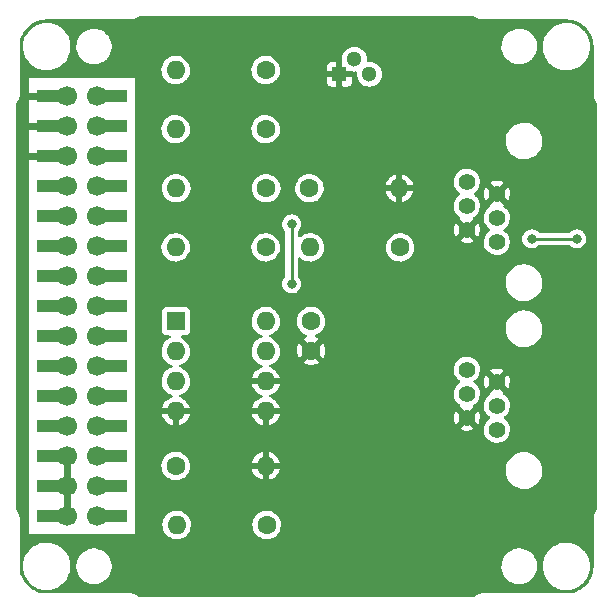
<source format=gbl>
G04 #@! TF.GenerationSoftware,KiCad,Pcbnew,(6.0.9)*
G04 #@! TF.CreationDate,2022-12-08T09:40:08+09:00*
G04 #@! TF.ProjectId,M5StackLocoNetModule,4d355374-6163-46b4-9c6f-636f4e65744d,rev?*
G04 #@! TF.SameCoordinates,PX6146580PY90f5600*
G04 #@! TF.FileFunction,Copper,L2,Bot*
G04 #@! TF.FilePolarity,Positive*
%FSLAX46Y46*%
G04 Gerber Fmt 4.6, Leading zero omitted, Abs format (unit mm)*
G04 Created by KiCad (PCBNEW (6.0.9)) date 2022-12-08 09:40:08*
%MOMM*%
%LPD*%
G01*
G04 APERTURE LIST*
G04 Aperture macros list*
%AMFreePoly0*
4,1,5,0.500000,-0.500000,-2.500000,-0.500000,-2.500000,0.500000,0.500000,0.500000,0.500000,-0.500000,0.500000,-0.500000,$1*%
G04 Aperture macros list end*
G04 #@! TA.AperFunction,ComponentPad*
%ADD10C,1.600000*%
G04 #@! TD*
G04 #@! TA.AperFunction,ComponentPad*
%ADD11O,1.600000X1.600000*%
G04 #@! TD*
G04 #@! TA.AperFunction,ComponentPad*
%ADD12R,1.300000X1.300000*%
G04 #@! TD*
G04 #@! TA.AperFunction,ComponentPad*
%ADD13C,1.300000*%
G04 #@! TD*
G04 #@! TA.AperFunction,ComponentPad*
%ADD14R,1.600000X1.600000*%
G04 #@! TD*
G04 #@! TA.AperFunction,ComponentPad*
%ADD15C,1.400000*%
G04 #@! TD*
G04 #@! TA.AperFunction,SMDPad,CuDef*
%ADD16FreePoly0,180.000000*%
G04 #@! TD*
G04 #@! TA.AperFunction,ComponentPad*
%ADD17C,1.700000*%
G04 #@! TD*
G04 #@! TA.AperFunction,SMDPad,CuDef*
%ADD18FreePoly0,0.000000*%
G04 #@! TD*
G04 #@! TA.AperFunction,ViaPad*
%ADD19C,0.800000*%
G04 #@! TD*
G04 #@! TA.AperFunction,Conductor*
%ADD20C,0.600000*%
G04 #@! TD*
G04 #@! TA.AperFunction,Conductor*
%ADD21C,0.250000*%
G04 #@! TD*
G04 APERTURE END LIST*
D10*
X21535000Y40000000D03*
D11*
X13915000Y40000000D03*
D10*
X21535000Y30000000D03*
D11*
X13915000Y30000000D03*
D10*
X13915000Y11500000D03*
D11*
X21535000Y11500000D03*
D12*
X27780000Y44665000D03*
D13*
X29050000Y45935000D03*
X30320000Y44665000D03*
D10*
X21535000Y45000000D03*
D11*
X13915000Y45000000D03*
D10*
X25375000Y23750000D03*
X25375000Y21250000D03*
D14*
X13925000Y23750000D03*
D11*
X13925000Y21210000D03*
X13925000Y18670000D03*
X13925000Y16130000D03*
X21545000Y16130000D03*
X21545000Y18670000D03*
X21545000Y21210000D03*
X21545000Y23750000D03*
D10*
X21585000Y35000000D03*
D11*
X13965000Y35000000D03*
D15*
X38560000Y35550000D03*
X41100000Y34530000D03*
X38560000Y33510000D03*
X41100000Y32490000D03*
X38560000Y31470000D03*
X41100000Y30450000D03*
X38560000Y19650000D03*
X41100000Y18630000D03*
X38560000Y17610000D03*
X41100000Y16590000D03*
X38560000Y15570000D03*
X41100000Y14550000D03*
D10*
X25240000Y35000000D03*
D11*
X32860000Y35000000D03*
D10*
X32910000Y30000000D03*
D11*
X25290000Y30000000D03*
D16*
X7270000Y42780000D03*
D17*
X7270000Y42780000D03*
X4730000Y42780000D03*
D18*
X4730000Y42780000D03*
D16*
X7270000Y40240000D03*
D17*
X7270000Y40240000D03*
X4730000Y40240000D03*
D18*
X4730000Y40240000D03*
D16*
X7270000Y37700000D03*
D17*
X7270000Y37700000D03*
D18*
X4730000Y37700000D03*
D17*
X4730000Y37700000D03*
D16*
X7270000Y35160000D03*
D17*
X7270000Y35160000D03*
X4730000Y35160000D03*
D18*
X4730000Y35160000D03*
D16*
X7270000Y32620000D03*
D17*
X7270000Y32620000D03*
X4730000Y32620000D03*
D18*
X4730000Y32620000D03*
D17*
X7270000Y30080000D03*
D16*
X7270000Y30080000D03*
D18*
X4730000Y30080000D03*
D17*
X4730000Y30080000D03*
X7270000Y27540000D03*
D16*
X7270000Y27540000D03*
D18*
X4730000Y27540000D03*
D17*
X4730000Y27540000D03*
D16*
X7270000Y25000000D03*
D17*
X7270000Y25000000D03*
D18*
X4730000Y25000000D03*
D17*
X4730000Y25000000D03*
D16*
X7270000Y22460000D03*
D17*
X7270000Y22460000D03*
X4730000Y22460000D03*
D18*
X4730000Y22460000D03*
D16*
X7270000Y19920000D03*
D17*
X7270000Y19920000D03*
D18*
X4730000Y19920000D03*
D17*
X4730000Y19920000D03*
D16*
X7270000Y17380000D03*
D17*
X7270000Y17380000D03*
D18*
X4730000Y17380000D03*
D17*
X4730000Y17380000D03*
D16*
X7270000Y14840000D03*
D17*
X7270000Y14840000D03*
X4730000Y14840000D03*
D18*
X4730000Y14840000D03*
D17*
X7270000Y12300000D03*
D16*
X7270000Y12300000D03*
D17*
X4730000Y12300000D03*
D18*
X4730000Y12300000D03*
D16*
X7270000Y9760000D03*
D17*
X7270000Y9760000D03*
D18*
X4730000Y9760000D03*
D17*
X4730000Y9760000D03*
X7270000Y7220000D03*
D16*
X7270000Y7220000D03*
D17*
X4730000Y7220000D03*
D18*
X4730000Y7220000D03*
D10*
X21610000Y6500000D03*
D11*
X13990000Y6500000D03*
D19*
X10395000Y2775000D03*
X10395000Y45955000D03*
X38335000Y3410000D03*
X38970000Y44685000D03*
X25635000Y15475000D03*
X23730000Y26905000D03*
X23730000Y31985000D03*
X47860000Y30715000D03*
X44050000Y30715000D03*
D20*
X870000Y42526000D02*
X870000Y40494000D01*
X870000Y37954000D02*
X1124000Y37700000D01*
X4730000Y40240000D02*
X1124000Y40240000D01*
X1124000Y40240000D02*
X870000Y40494000D01*
X1124000Y42780000D02*
X870000Y42526000D01*
X870000Y40494000D02*
X870000Y37954000D01*
X1124000Y37700000D02*
X4730000Y37700000D01*
X4730000Y42780000D02*
X1124000Y42780000D01*
X4680000Y12300000D02*
X4680000Y9760000D01*
X4680000Y9760000D02*
X4680000Y7220000D01*
D21*
X23730000Y31985000D02*
X23730000Y26905000D01*
X47860000Y30715000D02*
X44050000Y30715000D01*
G04 #@! TA.AperFunction,Conductor*
G36*
X24839858Y49597976D02*
G01*
X39091916Y49597356D01*
X39162460Y49575753D01*
X39289145Y49490141D01*
X39289150Y49490138D01*
X39292598Y49487808D01*
X39458379Y49405213D01*
X39633592Y49345167D01*
X39815187Y49308716D01*
X39819332Y49308442D01*
X39819339Y49308441D01*
X39972731Y49298298D01*
X39984126Y49297022D01*
X40000000Y49294508D01*
X40021726Y49297949D01*
X40041436Y49299500D01*
X46958564Y49299500D01*
X46978274Y49297949D01*
X47000000Y49294508D01*
X47009794Y49296059D01*
X47011089Y49296059D01*
X47036537Y49297289D01*
X47269566Y49283194D01*
X47284671Y49281360D01*
X47542808Y49234055D01*
X47557581Y49230414D01*
X47808145Y49152335D01*
X47822363Y49146943D01*
X48061679Y49039235D01*
X48075151Y49032165D01*
X48127531Y49000500D01*
X48299741Y48896395D01*
X48312262Y48887753D01*
X48518857Y48725896D01*
X48530245Y48715806D01*
X48715806Y48530245D01*
X48725896Y48518857D01*
X48878467Y48324115D01*
X48887752Y48312263D01*
X48896394Y48299742D01*
X49016462Y48101126D01*
X49032164Y48075152D01*
X49039234Y48061681D01*
X49144095Y47828691D01*
X49146941Y47822367D01*
X49152335Y47808145D01*
X49157268Y47792316D01*
X49230414Y47557581D01*
X49234055Y47542808D01*
X49281360Y47284671D01*
X49283194Y47269566D01*
X49297289Y47036537D01*
X49296059Y47011089D01*
X49296059Y47009794D01*
X49294508Y47000000D01*
X49296059Y46990207D01*
X49297949Y46978274D01*
X49299500Y46958564D01*
X49299500Y43041436D01*
X49297949Y43021726D01*
X49294508Y43000000D01*
X49296808Y42985480D01*
X49296836Y42985306D01*
X49298110Y42973940D01*
X49308695Y42814478D01*
X49345426Y42632212D01*
X49346785Y42628263D01*
X49404296Y42461138D01*
X49405926Y42456400D01*
X49489135Y42290129D01*
X49577738Y42159662D01*
X49599502Y42088875D01*
X49599654Y26536778D01*
X49599819Y9592465D01*
X49599835Y7911628D01*
X49578047Y7840805D01*
X49489347Y7710287D01*
X49487473Y7706545D01*
X49487472Y7706543D01*
X49422290Y7576376D01*
X49406042Y7543930D01*
X49345470Y7368018D01*
X49338555Y7333722D01*
X49318108Y7232316D01*
X49308696Y7185640D01*
X49308419Y7181471D01*
X49308419Y7181470D01*
X49298087Y7025916D01*
X49296813Y7014560D01*
X49296059Y7009799D01*
X49296059Y7009793D01*
X49294508Y7000000D01*
X49296059Y6990207D01*
X49297949Y6978274D01*
X49299500Y6958564D01*
X49299500Y3041436D01*
X49297949Y3021726D01*
X49294508Y3000000D01*
X49296059Y2990206D01*
X49296059Y2988911D01*
X49297289Y2963463D01*
X49283194Y2730434D01*
X49281360Y2715329D01*
X49234055Y2457192D01*
X49230414Y2442419D01*
X49155957Y2203476D01*
X49152337Y2191860D01*
X49146943Y2177637D01*
X49132728Y2146053D01*
X49039235Y1938321D01*
X49032165Y1924849D01*
X48907330Y1718347D01*
X48896395Y1700259D01*
X48887753Y1687738D01*
X48876728Y1673666D01*
X48725896Y1481143D01*
X48715806Y1469755D01*
X48530245Y1284194D01*
X48518857Y1274104D01*
X48425727Y1201141D01*
X48312263Y1112248D01*
X48299742Y1103606D01*
X48075152Y967836D01*
X48061681Y960766D01*
X47822363Y853057D01*
X47808145Y847665D01*
X47570650Y773659D01*
X47557581Y769586D01*
X47542808Y765945D01*
X47284671Y718640D01*
X47269566Y716806D01*
X47036537Y702711D01*
X47011089Y703941D01*
X47009794Y703941D01*
X47000000Y705492D01*
X46990207Y703941D01*
X46978274Y702051D01*
X46958564Y700500D01*
X40041436Y700500D01*
X40021726Y702051D01*
X40009793Y703941D01*
X40000000Y705492D01*
X39990207Y703941D01*
X39990204Y703941D01*
X39984111Y702976D01*
X39972716Y701700D01*
X39819339Y691558D01*
X39819332Y691557D01*
X39815187Y691283D01*
X39633593Y654832D01*
X39458379Y594786D01*
X39292599Y512191D01*
X39162449Y424239D01*
X39091913Y402636D01*
X24717547Y401383D01*
X10911617Y400180D01*
X10840783Y421968D01*
X10743325Y488200D01*
X10710287Y510653D01*
X10706543Y512528D01*
X10547665Y592088D01*
X10547661Y592090D01*
X10543930Y593958D01*
X10368018Y654530D01*
X10275674Y673150D01*
X10189738Y690478D01*
X10189734Y690479D01*
X10185640Y691304D01*
X10181471Y691581D01*
X10181470Y691581D01*
X10025916Y701913D01*
X10014560Y703187D01*
X10009799Y703941D01*
X10009793Y703941D01*
X10000000Y705492D01*
X9990207Y703941D01*
X9978274Y702051D01*
X9958564Y700500D01*
X3041436Y700500D01*
X3021726Y702051D01*
X3009793Y703941D01*
X3000000Y705492D01*
X2990206Y703941D01*
X2988911Y703941D01*
X2963463Y702711D01*
X2730434Y716806D01*
X2715329Y718640D01*
X2457192Y765945D01*
X2442419Y769586D01*
X2429349Y773659D01*
X2191855Y847665D01*
X2177637Y853057D01*
X1938319Y960766D01*
X1924848Y967836D01*
X1700258Y1103606D01*
X1687737Y1112248D01*
X1574274Y1201141D01*
X1481143Y1274104D01*
X1469755Y1284194D01*
X1284194Y1469755D01*
X1274104Y1481143D01*
X1123272Y1673666D01*
X1112247Y1687738D01*
X1103605Y1700259D01*
X1092671Y1718347D01*
X967835Y1924849D01*
X960765Y1938321D01*
X867272Y2146053D01*
X853057Y2177637D01*
X847663Y2191860D01*
X844044Y2203476D01*
X769586Y2442419D01*
X765945Y2457192D01*
X718640Y2715329D01*
X716806Y2730434D01*
X702711Y2963463D01*
X703941Y2988911D01*
X703941Y2990206D01*
X705492Y3000000D01*
X702051Y3021726D01*
X701282Y3031503D01*
X994637Y3031503D01*
X994881Y3027068D01*
X994881Y3027064D01*
X1003885Y2863469D01*
X1010205Y2748630D01*
X1065474Y2470774D01*
X1066950Y2466571D01*
X1088181Y2406115D01*
X1159342Y2203476D01*
X1161395Y2199523D01*
X1161398Y2199517D01*
X1235360Y2057135D01*
X1289936Y1952072D01*
X1292519Y1948457D01*
X1292523Y1948451D01*
X1325176Y1902758D01*
X1454651Y1721576D01*
X1457729Y1718349D01*
X1457731Y1718347D01*
X1500355Y1673666D01*
X1650199Y1516588D01*
X1872680Y1341199D01*
X1980108Y1278800D01*
X2113807Y1201141D01*
X2113813Y1201138D01*
X2117654Y1198907D01*
X2121777Y1197237D01*
X2331605Y1112248D01*
X2380232Y1092552D01*
X2384545Y1091481D01*
X2384550Y1091479D01*
X2650856Y1025328D01*
X2650861Y1025327D01*
X2655177Y1024255D01*
X2659605Y1023801D01*
X2659607Y1023801D01*
X2735307Y1016045D01*
X2896790Y999500D01*
X3072170Y999500D01*
X3282593Y1014399D01*
X3286948Y1015337D01*
X3286951Y1015337D01*
X3555200Y1073089D01*
X3555202Y1073089D01*
X3559547Y1074025D01*
X3825337Y1172080D01*
X4014421Y1274104D01*
X4070744Y1304494D01*
X4074660Y1306607D01*
X4302540Y1474922D01*
X4308860Y1481143D01*
X4501249Y1670535D01*
X4504430Y1673666D01*
X4507131Y1677206D01*
X4507137Y1677212D01*
X4673602Y1895333D01*
X4673605Y1895337D01*
X4676304Y1898874D01*
X4733141Y2000364D01*
X4812552Y2142163D01*
X4812555Y2142168D01*
X4814730Y2146053D01*
X4821185Y2162736D01*
X4915341Y2406115D01*
X4915343Y2406121D01*
X4916948Y2410270D01*
X4918402Y2416540D01*
X4935225Y2489120D01*
X4980918Y2686253D01*
X4998995Y2894972D01*
X5498025Y2894972D01*
X5535347Y2651070D01*
X5612003Y2416540D01*
X5725935Y2197679D01*
X5729038Y2193546D01*
X5729040Y2193543D01*
X5870978Y2004499D01*
X5874083Y2000364D01*
X6052468Y1829896D01*
X6056740Y1826982D01*
X6056741Y1826981D01*
X6085893Y1807095D01*
X6256300Y1690851D01*
X6368202Y1638908D01*
X6475409Y1589144D01*
X6475413Y1589143D01*
X6480104Y1586965D01*
X6717871Y1521026D01*
X6723008Y1520477D01*
X6915957Y1499856D01*
X6915965Y1499856D01*
X6919292Y1499500D01*
X7062554Y1499500D01*
X7065127Y1499712D01*
X7065138Y1499712D01*
X7240760Y1514151D01*
X7240766Y1514152D01*
X7245911Y1514575D01*
X7485217Y1574684D01*
X7711493Y1673072D01*
X7918661Y1807095D01*
X7940516Y1826981D01*
X7976536Y1859757D01*
X8101158Y1973154D01*
X8104357Y1977205D01*
X8104361Y1977209D01*
X8250881Y2162736D01*
X8250884Y2162741D01*
X8254082Y2166790D01*
X8263906Y2184586D01*
X8370830Y2378278D01*
X8370832Y2378282D01*
X8373327Y2382802D01*
X8385275Y2416540D01*
X8453965Y2610515D01*
X8453966Y2610519D01*
X8455691Y2615390D01*
X8468314Y2686253D01*
X8498055Y2853217D01*
X8498056Y2853223D01*
X8498961Y2858306D01*
X8499409Y2894972D01*
X41498025Y2894972D01*
X41535347Y2651070D01*
X41612003Y2416540D01*
X41725935Y2197679D01*
X41729038Y2193546D01*
X41729040Y2193543D01*
X41870978Y2004499D01*
X41874083Y2000364D01*
X42052468Y1829896D01*
X42056740Y1826982D01*
X42056741Y1826981D01*
X42085893Y1807095D01*
X42256300Y1690851D01*
X42368202Y1638908D01*
X42475409Y1589144D01*
X42475413Y1589143D01*
X42480104Y1586965D01*
X42717871Y1521026D01*
X42723008Y1520477D01*
X42915957Y1499856D01*
X42915965Y1499856D01*
X42919292Y1499500D01*
X43062554Y1499500D01*
X43065127Y1499712D01*
X43065138Y1499712D01*
X43240760Y1514151D01*
X43240766Y1514152D01*
X43245911Y1514575D01*
X43485217Y1574684D01*
X43711493Y1673072D01*
X43918661Y1807095D01*
X43940516Y1826981D01*
X43976536Y1859757D01*
X44101158Y1973154D01*
X44104357Y1977205D01*
X44104361Y1977209D01*
X44250881Y2162736D01*
X44250884Y2162741D01*
X44254082Y2166790D01*
X44263906Y2184586D01*
X44370830Y2378278D01*
X44370832Y2378282D01*
X44373327Y2382802D01*
X44385275Y2416540D01*
X44453965Y2610515D01*
X44453966Y2610519D01*
X44455691Y2615390D01*
X44468314Y2686253D01*
X44498055Y2853217D01*
X44498056Y2853223D01*
X44498961Y2858306D01*
X44500413Y2977192D01*
X44501077Y3031503D01*
X44994637Y3031503D01*
X44994881Y3027068D01*
X44994881Y3027064D01*
X45003885Y2863469D01*
X45010205Y2748630D01*
X45065474Y2470774D01*
X45066950Y2466571D01*
X45088181Y2406115D01*
X45159342Y2203476D01*
X45161395Y2199523D01*
X45161398Y2199517D01*
X45235360Y2057135D01*
X45289936Y1952072D01*
X45292519Y1948457D01*
X45292523Y1948451D01*
X45325176Y1902758D01*
X45454651Y1721576D01*
X45457729Y1718349D01*
X45457731Y1718347D01*
X45500355Y1673666D01*
X45650199Y1516588D01*
X45872680Y1341199D01*
X45980108Y1278800D01*
X46113807Y1201141D01*
X46113813Y1201138D01*
X46117654Y1198907D01*
X46121777Y1197237D01*
X46331605Y1112248D01*
X46380232Y1092552D01*
X46384545Y1091481D01*
X46384550Y1091479D01*
X46650856Y1025328D01*
X46650861Y1025327D01*
X46655177Y1024255D01*
X46659605Y1023801D01*
X46659607Y1023801D01*
X46735307Y1016045D01*
X46896790Y999500D01*
X47072170Y999500D01*
X47282593Y1014399D01*
X47286948Y1015337D01*
X47286951Y1015337D01*
X47555200Y1073089D01*
X47555202Y1073089D01*
X47559547Y1074025D01*
X47825337Y1172080D01*
X48014421Y1274104D01*
X48070744Y1304494D01*
X48074660Y1306607D01*
X48302540Y1474922D01*
X48308860Y1481143D01*
X48501249Y1670535D01*
X48504430Y1673666D01*
X48507131Y1677206D01*
X48507137Y1677212D01*
X48673602Y1895333D01*
X48673605Y1895337D01*
X48676304Y1898874D01*
X48733141Y2000364D01*
X48812552Y2142163D01*
X48812555Y2142168D01*
X48814730Y2146053D01*
X48821185Y2162736D01*
X48915341Y2406115D01*
X48915343Y2406121D01*
X48916948Y2410270D01*
X48918402Y2416540D01*
X48935225Y2489120D01*
X48980918Y2686253D01*
X49005363Y2968497D01*
X49005119Y2972936D01*
X48990040Y3246927D01*
X48990039Y3246934D01*
X48989795Y3251370D01*
X48934526Y3529226D01*
X48913279Y3589730D01*
X48842136Y3792316D01*
X48842135Y3792319D01*
X48840658Y3796524D01*
X48838605Y3800477D01*
X48838602Y3800483D01*
X48764640Y3942865D01*
X48710064Y4047928D01*
X48707481Y4051543D01*
X48707477Y4051549D01*
X48604454Y4195715D01*
X48545349Y4278424D01*
X48516039Y4309149D01*
X48352876Y4480189D01*
X48352873Y4480192D01*
X48349801Y4483412D01*
X48127320Y4658801D01*
X48017073Y4722837D01*
X47886193Y4798859D01*
X47886187Y4798862D01*
X47882346Y4801093D01*
X47619768Y4907448D01*
X47615455Y4908519D01*
X47615450Y4908521D01*
X47349144Y4974672D01*
X47349139Y4974673D01*
X47344823Y4975745D01*
X47340395Y4976199D01*
X47340393Y4976199D01*
X47245552Y4985916D01*
X47103210Y5000500D01*
X46927830Y5000500D01*
X46717407Y4985601D01*
X46713052Y4984663D01*
X46713049Y4984663D01*
X46444800Y4926911D01*
X46444798Y4926911D01*
X46440453Y4925975D01*
X46174663Y4827920D01*
X45925340Y4693393D01*
X45697460Y4525078D01*
X45694281Y4521949D01*
X45694278Y4521946D01*
X45672131Y4500144D01*
X45495570Y4326334D01*
X45492869Y4322794D01*
X45492863Y4322788D01*
X45373613Y4166533D01*
X45323696Y4101126D01*
X45321521Y4097242D01*
X45264544Y3995501D01*
X45185270Y3853947D01*
X45183662Y3849789D01*
X45183659Y3849784D01*
X45091793Y3612325D01*
X45083052Y3589730D01*
X45082048Y3585398D01*
X45082047Y3585395D01*
X45080459Y3578542D01*
X45019082Y3313747D01*
X44994637Y3031503D01*
X44501077Y3031503D01*
X44501912Y3099858D01*
X44501912Y3099860D01*
X44501975Y3105028D01*
X44464653Y3348930D01*
X44387997Y3583460D01*
X44274065Y3802321D01*
X44235304Y3853947D01*
X44129022Y3995501D01*
X44129020Y3995504D01*
X44125917Y3999636D01*
X43947532Y4170104D01*
X43919212Y4189423D01*
X43747979Y4306230D01*
X43747980Y4306230D01*
X43743700Y4309149D01*
X43631798Y4361092D01*
X43524591Y4410856D01*
X43524587Y4410857D01*
X43519896Y4413035D01*
X43282129Y4478974D01*
X43270760Y4480189D01*
X43084043Y4500144D01*
X43084035Y4500144D01*
X43080708Y4500500D01*
X42937446Y4500500D01*
X42934873Y4500288D01*
X42934862Y4500288D01*
X42759240Y4485849D01*
X42759234Y4485848D01*
X42754089Y4485425D01*
X42514783Y4425316D01*
X42288507Y4326928D01*
X42081339Y4192905D01*
X42077514Y4189425D01*
X42077512Y4189423D01*
X42056281Y4170104D01*
X41898842Y4026846D01*
X41895643Y4022795D01*
X41895639Y4022791D01*
X41749119Y3837264D01*
X41749116Y3837259D01*
X41745918Y3833210D01*
X41743425Y3828694D01*
X41743423Y3828691D01*
X41727852Y3800483D01*
X41626673Y3617198D01*
X41624949Y3612329D01*
X41624947Y3612325D01*
X41595520Y3529226D01*
X41544309Y3384610D01*
X41543402Y3379517D01*
X41543401Y3379514D01*
X41519784Y3246927D01*
X41501039Y3141694D01*
X41498025Y2894972D01*
X8499409Y2894972D01*
X8500413Y2977192D01*
X8501912Y3099858D01*
X8501912Y3099860D01*
X8501975Y3105028D01*
X8464653Y3348930D01*
X8387997Y3583460D01*
X8274065Y3802321D01*
X8235304Y3853947D01*
X8129022Y3995501D01*
X8129020Y3995504D01*
X8125917Y3999636D01*
X7947532Y4170104D01*
X7919212Y4189423D01*
X7747979Y4306230D01*
X7747980Y4306230D01*
X7743700Y4309149D01*
X7631798Y4361092D01*
X7524591Y4410856D01*
X7524587Y4410857D01*
X7519896Y4413035D01*
X7282129Y4478974D01*
X7270760Y4480189D01*
X7084043Y4500144D01*
X7084035Y4500144D01*
X7080708Y4500500D01*
X6937446Y4500500D01*
X6934873Y4500288D01*
X6934862Y4500288D01*
X6759240Y4485849D01*
X6759234Y4485848D01*
X6754089Y4485425D01*
X6514783Y4425316D01*
X6288507Y4326928D01*
X6081339Y4192905D01*
X6077514Y4189425D01*
X6077512Y4189423D01*
X6056281Y4170104D01*
X5898842Y4026846D01*
X5895643Y4022795D01*
X5895639Y4022791D01*
X5749119Y3837264D01*
X5749116Y3837259D01*
X5745918Y3833210D01*
X5743425Y3828694D01*
X5743423Y3828691D01*
X5727852Y3800483D01*
X5626673Y3617198D01*
X5624949Y3612329D01*
X5624947Y3612325D01*
X5595520Y3529226D01*
X5544309Y3384610D01*
X5543402Y3379517D01*
X5543401Y3379514D01*
X5519784Y3246927D01*
X5501039Y3141694D01*
X5498025Y2894972D01*
X4998995Y2894972D01*
X5005363Y2968497D01*
X5005119Y2972936D01*
X4990040Y3246927D01*
X4990039Y3246934D01*
X4989795Y3251370D01*
X4934526Y3529226D01*
X4913279Y3589730D01*
X4842136Y3792316D01*
X4842135Y3792319D01*
X4840658Y3796524D01*
X4838605Y3800477D01*
X4838602Y3800483D01*
X4764640Y3942865D01*
X4710064Y4047928D01*
X4707481Y4051543D01*
X4707477Y4051549D01*
X4604454Y4195715D01*
X4545349Y4278424D01*
X4516039Y4309149D01*
X4352876Y4480189D01*
X4352873Y4480192D01*
X4349801Y4483412D01*
X4127320Y4658801D01*
X4017073Y4722837D01*
X3886193Y4798859D01*
X3886187Y4798862D01*
X3882346Y4801093D01*
X3619768Y4907448D01*
X3615455Y4908519D01*
X3615450Y4908521D01*
X3349144Y4974672D01*
X3349139Y4974673D01*
X3344823Y4975745D01*
X3340395Y4976199D01*
X3340393Y4976199D01*
X3245552Y4985916D01*
X3103210Y5000500D01*
X2927830Y5000500D01*
X2717407Y4985601D01*
X2713052Y4984663D01*
X2713049Y4984663D01*
X2444800Y4926911D01*
X2444798Y4926911D01*
X2440453Y4925975D01*
X2174663Y4827920D01*
X1925340Y4693393D01*
X1697460Y4525078D01*
X1694281Y4521949D01*
X1694278Y4521946D01*
X1672131Y4500144D01*
X1495570Y4326334D01*
X1492869Y4322794D01*
X1492863Y4322788D01*
X1373613Y4166533D01*
X1323696Y4101126D01*
X1321521Y4097242D01*
X1264544Y3995501D01*
X1185270Y3853947D01*
X1183662Y3849789D01*
X1183659Y3849784D01*
X1091793Y3612325D01*
X1083052Y3589730D01*
X1082048Y3585398D01*
X1082047Y3585395D01*
X1080459Y3578542D01*
X1019082Y3313747D01*
X994637Y3031503D01*
X701282Y3031503D01*
X700500Y3041436D01*
X700500Y5715000D01*
X1469000Y5715000D01*
X10469000Y5715000D01*
X10469079Y5812674D01*
X10469656Y6531560D01*
X12784770Y6531560D01*
X12799200Y6311396D01*
X12800621Y6305800D01*
X12800622Y6305795D01*
X12852090Y6103143D01*
X12853511Y6097548D01*
X12855928Y6092306D01*
X12855928Y6092305D01*
X12894046Y6009621D01*
X12945883Y5897179D01*
X13073222Y5716998D01*
X13231264Y5563039D01*
X13236060Y5559834D01*
X13236063Y5559832D01*
X13320261Y5503573D01*
X13414717Y5440460D01*
X13420020Y5438182D01*
X13420023Y5438180D01*
X13612129Y5355645D01*
X13617436Y5353365D01*
X13697088Y5335342D01*
X13826995Y5305946D01*
X13827001Y5305945D01*
X13832632Y5304671D01*
X13838403Y5304444D01*
X13838405Y5304444D01*
X13906211Y5301780D01*
X14053098Y5296009D01*
X14162275Y5311839D01*
X14265738Y5326840D01*
X14265743Y5326841D01*
X14271452Y5327669D01*
X14276916Y5329524D01*
X14276921Y5329525D01*
X14474907Y5396732D01*
X14474912Y5396734D01*
X14480379Y5398590D01*
X14672884Y5506398D01*
X14842518Y5647482D01*
X14896985Y5712971D01*
X14979908Y5812674D01*
X14979910Y5812677D01*
X14983602Y5817116D01*
X15091410Y6009621D01*
X15093266Y6015088D01*
X15093268Y6015093D01*
X15160475Y6213079D01*
X15160476Y6213084D01*
X15162331Y6218548D01*
X15163159Y6224257D01*
X15163160Y6224262D01*
X15193458Y6433228D01*
X15193991Y6436902D01*
X15195643Y6500000D01*
X15192743Y6531560D01*
X20404770Y6531560D01*
X20419200Y6311396D01*
X20420621Y6305800D01*
X20420622Y6305795D01*
X20472090Y6103143D01*
X20473511Y6097548D01*
X20475928Y6092306D01*
X20475928Y6092305D01*
X20514046Y6009621D01*
X20565883Y5897179D01*
X20693222Y5716998D01*
X20851264Y5563039D01*
X20856060Y5559834D01*
X20856063Y5559832D01*
X20940261Y5503573D01*
X21034717Y5440460D01*
X21040020Y5438182D01*
X21040023Y5438180D01*
X21232129Y5355645D01*
X21237436Y5353365D01*
X21317088Y5335342D01*
X21446995Y5305946D01*
X21447001Y5305945D01*
X21452632Y5304671D01*
X21458403Y5304444D01*
X21458405Y5304444D01*
X21526211Y5301780D01*
X21673098Y5296009D01*
X21782275Y5311839D01*
X21885738Y5326840D01*
X21885743Y5326841D01*
X21891452Y5327669D01*
X21896916Y5329524D01*
X21896921Y5329525D01*
X22094907Y5396732D01*
X22094912Y5396734D01*
X22100379Y5398590D01*
X22292884Y5506398D01*
X22462518Y5647482D01*
X22516985Y5712971D01*
X22599908Y5812674D01*
X22599910Y5812677D01*
X22603602Y5817116D01*
X22711410Y6009621D01*
X22713266Y6015088D01*
X22713268Y6015093D01*
X22780475Y6213079D01*
X22780476Y6213084D01*
X22782331Y6218548D01*
X22783159Y6224257D01*
X22783160Y6224262D01*
X22813458Y6433228D01*
X22813991Y6436902D01*
X22815643Y6500000D01*
X22795454Y6719711D01*
X22735565Y6932064D01*
X22672946Y7059042D01*
X22640535Y7124766D01*
X22637980Y7129947D01*
X22505967Y7306733D01*
X22390554Y7413420D01*
X22348189Y7452582D01*
X22348186Y7452584D01*
X22343949Y7456501D01*
X22157350Y7574236D01*
X21952421Y7655994D01*
X21946761Y7657120D01*
X21946757Y7657121D01*
X21741691Y7697911D01*
X21741688Y7697911D01*
X21736024Y7699038D01*
X21730249Y7699114D01*
X21730245Y7699114D01*
X21619504Y7700563D01*
X21515406Y7701926D01*
X21509709Y7700947D01*
X21509708Y7700947D01*
X21303654Y7665541D01*
X21303653Y7665541D01*
X21297957Y7664562D01*
X21090957Y7588196D01*
X21085996Y7585244D01*
X21085995Y7585244D01*
X20987441Y7526610D01*
X20901341Y7475386D01*
X20735457Y7329910D01*
X20598863Y7156640D01*
X20496131Y6961380D01*
X20430703Y6750667D01*
X20404770Y6531560D01*
X15192743Y6531560D01*
X15175454Y6719711D01*
X15115565Y6932064D01*
X15052946Y7059042D01*
X15020535Y7124766D01*
X15017980Y7129947D01*
X14885967Y7306733D01*
X14770554Y7413420D01*
X14728189Y7452582D01*
X14728186Y7452584D01*
X14723949Y7456501D01*
X14537350Y7574236D01*
X14332421Y7655994D01*
X14326761Y7657120D01*
X14326757Y7657121D01*
X14121691Y7697911D01*
X14121688Y7697911D01*
X14116024Y7699038D01*
X14110249Y7699114D01*
X14110245Y7699114D01*
X13999504Y7700563D01*
X13895406Y7701926D01*
X13889709Y7700947D01*
X13889708Y7700947D01*
X13683654Y7665541D01*
X13683653Y7665541D01*
X13677957Y7664562D01*
X13470957Y7588196D01*
X13465996Y7585244D01*
X13465995Y7585244D01*
X13367441Y7526610D01*
X13281341Y7475386D01*
X13115457Y7329910D01*
X12978863Y7156640D01*
X12876131Y6961380D01*
X12810703Y6750667D01*
X12784770Y6531560D01*
X10469656Y6531560D01*
X10473670Y11531560D01*
X12709770Y11531560D01*
X12724200Y11311396D01*
X12725621Y11305800D01*
X12725622Y11305795D01*
X12762825Y11159312D01*
X12778511Y11097548D01*
X12780928Y11092306D01*
X12780928Y11092305D01*
X12819046Y11009621D01*
X12870883Y10897179D01*
X12998222Y10716998D01*
X13156264Y10563039D01*
X13161060Y10559834D01*
X13161063Y10559832D01*
X13244645Y10503985D01*
X13339717Y10440460D01*
X13345020Y10438182D01*
X13345023Y10438180D01*
X13536021Y10356121D01*
X13542436Y10353365D01*
X13618144Y10336234D01*
X13751995Y10305946D01*
X13752001Y10305945D01*
X13757632Y10304671D01*
X13763403Y10304444D01*
X13763405Y10304444D01*
X13831211Y10301780D01*
X13978098Y10296009D01*
X14087275Y10311839D01*
X14190738Y10326840D01*
X14190743Y10326841D01*
X14196452Y10327669D01*
X14201916Y10329524D01*
X14201921Y10329525D01*
X14399907Y10396732D01*
X14399912Y10396734D01*
X14405379Y10398590D01*
X14411240Y10401872D01*
X14486663Y10444111D01*
X14597884Y10506398D01*
X14602829Y10510510D01*
X14763086Y10643796D01*
X14767518Y10647482D01*
X14821985Y10712971D01*
X14904908Y10812674D01*
X14904910Y10812677D01*
X14908602Y10817116D01*
X15016410Y11009621D01*
X15018266Y11015088D01*
X15018268Y11015093D01*
X15085475Y11213079D01*
X15085476Y11213084D01*
X15087331Y11218548D01*
X15088159Y11224257D01*
X15088160Y11224262D01*
X15089432Y11233038D01*
X20364616Y11233038D01*
X20397563Y11103311D01*
X20401401Y11092473D01*
X20488898Y10902676D01*
X20494649Y10892715D01*
X20615272Y10722038D01*
X20622740Y10713295D01*
X20772446Y10567457D01*
X20781380Y10560223D01*
X20955152Y10444111D01*
X20965265Y10438620D01*
X21157288Y10356121D01*
X21168221Y10352569D01*
X21263331Y10331048D01*
X21277405Y10331937D01*
X21281000Y10341336D01*
X21281000Y10342309D01*
X21789000Y10342309D01*
X21792966Y10328803D01*
X21806966Y10326799D01*
X21810618Y10327328D01*
X21821803Y10330013D01*
X22019707Y10397193D01*
X22030216Y10401872D01*
X22212552Y10503985D01*
X22222045Y10510510D01*
X22382725Y10644146D01*
X22390854Y10652275D01*
X22524490Y10812955D01*
X22531015Y10822448D01*
X22633128Y11004784D01*
X22637807Y11015293D01*
X22648133Y11045712D01*
X41845404Y11045712D01*
X41845985Y11040692D01*
X41845985Y11040688D01*
X41863106Y10892715D01*
X41874081Y10797860D01*
X41942017Y10557781D01*
X41994740Y10444716D01*
X42042493Y10342309D01*
X42047462Y10331652D01*
X42187706Y10125290D01*
X42359138Y9944006D01*
X42557349Y9792462D01*
X42777239Y9674557D01*
X43013152Y9593326D01*
X43141099Y9571226D01*
X43255107Y9551533D01*
X43255113Y9551532D01*
X43259017Y9550858D01*
X43262978Y9550678D01*
X43262979Y9550678D01*
X43287503Y9549564D01*
X43287522Y9549564D01*
X43288922Y9549500D01*
X43462691Y9549500D01*
X43465199Y9549702D01*
X43465204Y9549702D01*
X43643661Y9564060D01*
X43643666Y9564061D01*
X43648702Y9564466D01*
X43653610Y9565671D01*
X43653613Y9565672D01*
X43886092Y9622775D01*
X43891006Y9623982D01*
X43895658Y9625957D01*
X43895662Y9625958D01*
X44116022Y9719495D01*
X44116023Y9719495D01*
X44120677Y9721471D01*
X44331808Y9854427D01*
X44429923Y9940927D01*
X44515168Y10016080D01*
X44515171Y10016083D01*
X44518965Y10019428D01*
X44677334Y10212230D01*
X44802840Y10427872D01*
X44808905Y10443670D01*
X44888842Y10651914D01*
X44892255Y10660805D01*
X44903995Y10716998D01*
X44942243Y10900085D01*
X44943278Y10905039D01*
X44954596Y11154288D01*
X44946060Y11228069D01*
X44926501Y11397110D01*
X44925919Y11402140D01*
X44857983Y11642219D01*
X44752538Y11868348D01*
X44612294Y12074710D01*
X44440862Y12255994D01*
X44350570Y12325028D01*
X44246677Y12404460D01*
X44246676Y12404461D01*
X44242651Y12407538D01*
X44022761Y12525443D01*
X43786848Y12606674D01*
X43658901Y12628774D01*
X43544893Y12648467D01*
X43544887Y12648468D01*
X43540983Y12649142D01*
X43537022Y12649322D01*
X43537021Y12649322D01*
X43512497Y12650436D01*
X43512478Y12650436D01*
X43511078Y12650500D01*
X43337309Y12650500D01*
X43334801Y12650298D01*
X43334796Y12650298D01*
X43156339Y12635940D01*
X43156334Y12635939D01*
X43151298Y12635534D01*
X43146390Y12634329D01*
X43146387Y12634328D01*
X42946555Y12585244D01*
X42908994Y12576018D01*
X42904342Y12574043D01*
X42904338Y12574042D01*
X42683978Y12480505D01*
X42679323Y12478529D01*
X42468192Y12345573D01*
X42464398Y12342228D01*
X42284832Y12183920D01*
X42284829Y12183917D01*
X42281035Y12180572D01*
X42122666Y11987770D01*
X41997160Y11772128D01*
X41995347Y11767405D01*
X41995346Y11767403D01*
X41979175Y11725275D01*
X41907745Y11539195D01*
X41906712Y11534249D01*
X41906710Y11534243D01*
X41898783Y11496296D01*
X41856722Y11294961D01*
X41856493Y11289912D01*
X41856492Y11289906D01*
X41853252Y11218548D01*
X41845404Y11045712D01*
X22648133Y11045712D01*
X22704987Y11213197D01*
X22707672Y11224382D01*
X22708206Y11228069D01*
X22706219Y11242008D01*
X22692653Y11246000D01*
X21807115Y11246000D01*
X21791876Y11241525D01*
X21790671Y11240135D01*
X21789000Y11232452D01*
X21789000Y10342309D01*
X21281000Y10342309D01*
X21281000Y11227885D01*
X21276525Y11243124D01*
X21275135Y11244329D01*
X21267452Y11246000D01*
X20379439Y11246000D01*
X20365908Y11242027D01*
X20364616Y11233038D01*
X15089432Y11233038D01*
X15118458Y11433228D01*
X15118991Y11436902D01*
X15120643Y11500000D01*
X15100454Y11719711D01*
X15089881Y11757201D01*
X20362415Y11757201D01*
X20369147Y11754000D01*
X21262885Y11754000D01*
X21278124Y11758475D01*
X21279329Y11759865D01*
X21281000Y11767548D01*
X21281000Y11772115D01*
X21789000Y11772115D01*
X21793475Y11756876D01*
X21794865Y11755671D01*
X21802548Y11754000D01*
X22692150Y11754000D01*
X22705681Y11757973D01*
X22706850Y11766108D01*
X22661664Y11926325D01*
X22657542Y11937064D01*
X22565107Y12124503D01*
X22559097Y12134311D01*
X22434047Y12301773D01*
X22426357Y12310313D01*
X22272883Y12452184D01*
X22263758Y12459185D01*
X22087006Y12570707D01*
X22076759Y12575928D01*
X21882647Y12653371D01*
X21871611Y12656640D01*
X21806770Y12669538D01*
X21793894Y12668386D01*
X21789000Y12653230D01*
X21789000Y11772115D01*
X21281000Y11772115D01*
X21281000Y12655913D01*
X21277194Y12668875D01*
X21262278Y12670811D01*
X21228787Y12665056D01*
X21217661Y12662075D01*
X21021592Y12589742D01*
X21011210Y12584790D01*
X20831604Y12477936D01*
X20822292Y12471171D01*
X20665163Y12333371D01*
X20657246Y12325028D01*
X20527862Y12160905D01*
X20521591Y12151249D01*
X20424287Y11966304D01*
X20419881Y11955667D01*
X20362634Y11771302D01*
X20362415Y11757201D01*
X15089881Y11757201D01*
X15084438Y11776502D01*
X15059827Y11863766D01*
X15040565Y11932064D01*
X14942980Y12129947D01*
X14919863Y12160905D01*
X14814420Y12302109D01*
X14814420Y12302110D01*
X14810967Y12306733D01*
X14699328Y12409931D01*
X14653189Y12452582D01*
X14653186Y12452584D01*
X14648949Y12456501D01*
X14462350Y12574236D01*
X14257421Y12655994D01*
X14251761Y12657120D01*
X14251757Y12657121D01*
X14046691Y12697911D01*
X14046688Y12697911D01*
X14041024Y12699038D01*
X14035249Y12699114D01*
X14035245Y12699114D01*
X13924504Y12700563D01*
X13820406Y12701926D01*
X13814709Y12700947D01*
X13814708Y12700947D01*
X13608654Y12665541D01*
X13608653Y12665541D01*
X13602957Y12664562D01*
X13395957Y12588196D01*
X13206341Y12475386D01*
X13040457Y12329910D01*
X12903863Y12156640D01*
X12801131Y11961380D01*
X12735703Y11750667D01*
X12709770Y11531560D01*
X10473670Y11531560D01*
X10476162Y14634474D01*
X37988834Y14634474D01*
X37998717Y14621984D01*
X38028069Y14602372D01*
X38038188Y14596877D01*
X38213322Y14521634D01*
X38224255Y14518082D01*
X38410170Y14476013D01*
X38421579Y14474511D01*
X38612048Y14467028D01*
X38623530Y14467630D01*
X38812176Y14494982D01*
X38823359Y14497666D01*
X39003859Y14558938D01*
X39014362Y14563614D01*
X39041713Y14578931D01*
X39995164Y14578931D01*
X40008392Y14377106D01*
X40058178Y14181072D01*
X40142856Y13997393D01*
X40259588Y13832220D01*
X40404466Y13691087D01*
X40572637Y13578718D01*
X40577940Y13576440D01*
X40577943Y13576438D01*
X40666291Y13538481D01*
X40758470Y13498878D01*
X40955740Y13454240D01*
X40961509Y13454013D01*
X40961512Y13454013D01*
X41037683Y13451021D01*
X41157842Y13446300D01*
X41244132Y13458811D01*
X41352286Y13474492D01*
X41352291Y13474493D01*
X41358007Y13475322D01*
X41363479Y13477180D01*
X41363481Y13477180D01*
X41544067Y13538481D01*
X41544069Y13538482D01*
X41549531Y13540336D01*
X41726001Y13639163D01*
X41788433Y13691087D01*
X41877073Y13764809D01*
X41881505Y13768495D01*
X42010837Y13923999D01*
X42109664Y14100469D01*
X42174678Y14291993D01*
X42175507Y14297709D01*
X42175508Y14297714D01*
X42200056Y14467028D01*
X42203700Y14492158D01*
X42205215Y14550000D01*
X42186708Y14751409D01*
X42131807Y14946074D01*
X42042351Y15127473D01*
X42024079Y15151943D01*
X41924788Y15284909D01*
X41924787Y15284910D01*
X41921335Y15289533D01*
X41898350Y15310780D01*
X41777053Y15422906D01*
X41777051Y15422908D01*
X41772812Y15426826D01*
X41718041Y15461384D01*
X41671103Y15514651D01*
X41660414Y15584838D01*
X41689369Y15649662D01*
X41716799Y15672197D01*
X41716200Y15673068D01*
X41720964Y15676342D01*
X41726001Y15679163D01*
X41788433Y15731087D01*
X41877073Y15804809D01*
X41881505Y15808495D01*
X42010837Y15963999D01*
X42109664Y16140469D01*
X42174678Y16331993D01*
X42175507Y16337709D01*
X42175508Y16337714D01*
X42192809Y16457044D01*
X42203700Y16532158D01*
X42205215Y16590000D01*
X42186708Y16791409D01*
X42131807Y16986074D01*
X42042351Y17167473D01*
X42024079Y17191943D01*
X41924788Y17324909D01*
X41924787Y17324910D01*
X41921335Y17329533D01*
X41894895Y17353974D01*
X41777053Y17462906D01*
X41777051Y17462908D01*
X41772812Y17466826D01*
X41767929Y17469907D01*
X41704915Y17509666D01*
X41657977Y17562933D01*
X41647288Y17633120D01*
X41671708Y17687793D01*
X41672658Y17692395D01*
X41669063Y17701727D01*
X41112812Y18257978D01*
X41098868Y18265592D01*
X41097035Y18265461D01*
X41090420Y18261210D01*
X40535030Y17705820D01*
X40528477Y17693820D01*
X40554150Y17630243D01*
X40540922Y17560489D01*
X40493181Y17509607D01*
X40450371Y17484138D01*
X40298305Y17350780D01*
X40173089Y17191943D01*
X40078914Y17012947D01*
X40018937Y16819787D01*
X39995164Y16618931D01*
X40008392Y16417106D01*
X40058178Y16221072D01*
X40142856Y16037393D01*
X40146189Y16032677D01*
X40215546Y15934539D01*
X40259588Y15872220D01*
X40263730Y15868185D01*
X40274303Y15857885D01*
X40404466Y15731087D01*
X40409270Y15727877D01*
X40487220Y15675792D01*
X40532748Y15621315D01*
X40541595Y15550872D01*
X40510954Y15486828D01*
X40481643Y15462743D01*
X40450371Y15444138D01*
X40298305Y15310780D01*
X40173089Y15151943D01*
X40078914Y14972947D01*
X40018937Y14779787D01*
X39995164Y14578931D01*
X39041713Y14578931D01*
X39122155Y14623980D01*
X39132018Y14634057D01*
X39129063Y14641727D01*
X38572812Y15197978D01*
X38558868Y15205592D01*
X38557035Y15205461D01*
X38550420Y15201210D01*
X37995030Y14645820D01*
X37988834Y14634474D01*
X10476162Y14634474D01*
X10477148Y15863038D01*
X12754616Y15863038D01*
X12787563Y15733311D01*
X12791401Y15722473D01*
X12878898Y15532676D01*
X12884649Y15522715D01*
X13005272Y15352038D01*
X13012740Y15343295D01*
X13162446Y15197457D01*
X13171380Y15190223D01*
X13345152Y15074111D01*
X13355265Y15068620D01*
X13547288Y14986121D01*
X13558221Y14982569D01*
X13653331Y14961048D01*
X13667405Y14961937D01*
X13671000Y14971336D01*
X13671000Y14972309D01*
X14179000Y14972309D01*
X14182966Y14958803D01*
X14196966Y14956799D01*
X14200618Y14957328D01*
X14211803Y14960013D01*
X14409707Y15027193D01*
X14420216Y15031872D01*
X14602552Y15133985D01*
X14612045Y15140510D01*
X14772725Y15274146D01*
X14780854Y15282275D01*
X14914490Y15442955D01*
X14921015Y15452448D01*
X15023128Y15634784D01*
X15027807Y15645293D01*
X15094987Y15843197D01*
X15097672Y15854382D01*
X15098206Y15858069D01*
X15097498Y15863038D01*
X20374616Y15863038D01*
X20407563Y15733311D01*
X20411401Y15722473D01*
X20498898Y15532676D01*
X20504649Y15522715D01*
X20625272Y15352038D01*
X20632740Y15343295D01*
X20782446Y15197457D01*
X20791380Y15190223D01*
X20965152Y15074111D01*
X20975265Y15068620D01*
X21167288Y14986121D01*
X21178221Y14982569D01*
X21273331Y14961048D01*
X21287405Y14961937D01*
X21291000Y14971336D01*
X21291000Y14972309D01*
X21799000Y14972309D01*
X21802966Y14958803D01*
X21816966Y14956799D01*
X21820618Y14957328D01*
X21831803Y14960013D01*
X22029707Y15027193D01*
X22040216Y15031872D01*
X22222552Y15133985D01*
X22232045Y15140510D01*
X22392725Y15274146D01*
X22400854Y15282275D01*
X22534490Y15442955D01*
X22541015Y15452448D01*
X22619813Y15593152D01*
X37456044Y15593152D01*
X37468510Y15402953D01*
X37470311Y15391583D01*
X37517230Y15206839D01*
X37521071Y15195992D01*
X37600872Y15022889D01*
X37606624Y15012926D01*
X37611527Y15005989D01*
X37622117Y14997599D01*
X37635417Y15004627D01*
X38187978Y15557188D01*
X38194356Y15568868D01*
X38924408Y15568868D01*
X38924539Y15567035D01*
X38928790Y15560420D01*
X39484357Y15004853D01*
X39496737Y14998093D01*
X39503317Y15003019D01*
X39566386Y15115638D01*
X39571062Y15126141D01*
X39632334Y15306641D01*
X39635018Y15317824D01*
X39662666Y15508510D01*
X39663296Y15515893D01*
X39664616Y15566296D01*
X39664373Y15573695D01*
X39646743Y15765561D01*
X39644645Y15776882D01*
X39592907Y15960330D01*
X39588782Y15971077D01*
X39505836Y16139277D01*
X39499152Y16144293D01*
X39486731Y16137521D01*
X38932022Y15582812D01*
X38924408Y15568868D01*
X38194356Y15568868D01*
X38195592Y15571132D01*
X38195461Y15572965D01*
X38191210Y15579580D01*
X37634466Y16136324D01*
X37622086Y16143084D01*
X37616120Y16138618D01*
X37542070Y15997872D01*
X37537665Y15987238D01*
X37481141Y15805200D01*
X37478749Y15793946D01*
X37456345Y15604653D01*
X37456044Y15593152D01*
X22619813Y15593152D01*
X22643128Y15634784D01*
X22647807Y15645293D01*
X22714987Y15843197D01*
X22717672Y15854382D01*
X22718206Y15858069D01*
X22716219Y15872008D01*
X22702653Y15876000D01*
X21817115Y15876000D01*
X21801876Y15871525D01*
X21800671Y15870135D01*
X21799000Y15862452D01*
X21799000Y14972309D01*
X21291000Y14972309D01*
X21291000Y15857885D01*
X21286525Y15873124D01*
X21285135Y15874329D01*
X21277452Y15876000D01*
X20389439Y15876000D01*
X20375908Y15872027D01*
X20374616Y15863038D01*
X15097498Y15863038D01*
X15096219Y15872008D01*
X15082653Y15876000D01*
X14197115Y15876000D01*
X14181876Y15871525D01*
X14180671Y15870135D01*
X14179000Y15862452D01*
X14179000Y14972309D01*
X13671000Y14972309D01*
X13671000Y15857885D01*
X13666525Y15873124D01*
X13665135Y15874329D01*
X13657452Y15876000D01*
X12769439Y15876000D01*
X12755908Y15872027D01*
X12754616Y15863038D01*
X10477148Y15863038D01*
X10477155Y15872008D01*
X10479427Y18701560D01*
X12719770Y18701560D01*
X12734200Y18481396D01*
X12735621Y18475800D01*
X12735622Y18475795D01*
X12787047Y18273311D01*
X12788511Y18267548D01*
X12790928Y18262306D01*
X12790928Y18262305D01*
X12827815Y18182292D01*
X12880883Y18067179D01*
X13008222Y17886998D01*
X13166264Y17733039D01*
X13171060Y17729834D01*
X13171063Y17729832D01*
X13290987Y17649702D01*
X13349717Y17610460D01*
X13355020Y17608182D01*
X13355023Y17608180D01*
X13493970Y17548484D01*
X13552436Y17523365D01*
X13558071Y17522090D01*
X13558077Y17522088D01*
X13560384Y17521566D01*
X13561364Y17521020D01*
X13563562Y17520306D01*
X13563422Y17519874D01*
X13622410Y17487022D01*
X13655913Y17424427D01*
X13650257Y17353656D01*
X13607236Y17297178D01*
X13576183Y17280462D01*
X13411592Y17219742D01*
X13401210Y17214790D01*
X13221604Y17107936D01*
X13212292Y17101171D01*
X13055163Y16963371D01*
X13047246Y16955028D01*
X12917862Y16790905D01*
X12911591Y16781249D01*
X12814287Y16596304D01*
X12809881Y16585667D01*
X12752634Y16401302D01*
X12752415Y16387201D01*
X12759147Y16384000D01*
X15082150Y16384000D01*
X15093052Y16387201D01*
X20372415Y16387201D01*
X20379147Y16384000D01*
X22702150Y16384000D01*
X22715681Y16387973D01*
X22716850Y16396108D01*
X22671664Y16556325D01*
X22667542Y16567064D01*
X22575107Y16754503D01*
X22569097Y16764311D01*
X22444047Y16931773D01*
X22436357Y16940313D01*
X22282883Y17082184D01*
X22273758Y17089185D01*
X22097006Y17200707D01*
X22086759Y17205928D01*
X21888512Y17285021D01*
X21832652Y17328842D01*
X21809352Y17395906D01*
X21826008Y17464921D01*
X21877332Y17513976D01*
X21894701Y17521364D01*
X22029704Y17567191D01*
X22040216Y17571872D01*
X22159959Y17638931D01*
X37455164Y17638931D01*
X37468392Y17437106D01*
X37490008Y17351993D01*
X37508094Y17280780D01*
X37518178Y17241072D01*
X37602856Y17057393D01*
X37719588Y16892220D01*
X37864466Y16751087D01*
X37946406Y16696336D01*
X37958876Y16688004D01*
X38004403Y16633526D01*
X38013250Y16563083D01*
X37989116Y16513701D01*
X37987939Y16507135D01*
X37992110Y16497100D01*
X38547188Y15942022D01*
X38561132Y15934408D01*
X38562965Y15934539D01*
X38569580Y15938790D01*
X39124481Y16493691D01*
X39131399Y16506361D01*
X39106962Y16571880D01*
X39122053Y16641254D01*
X39171075Y16690803D01*
X39180956Y16696336D01*
X39180969Y16696345D01*
X39186001Y16699163D01*
X39248433Y16751087D01*
X39337073Y16824809D01*
X39341505Y16828495D01*
X39470837Y16983999D01*
X39569664Y17160469D01*
X39578614Y17186833D01*
X39632820Y17346519D01*
X39632820Y17346521D01*
X39634678Y17351993D01*
X39635507Y17357709D01*
X39635508Y17357714D01*
X39655800Y17497669D01*
X39663700Y17552158D01*
X39665215Y17610000D01*
X39646708Y17811409D01*
X39643644Y17822275D01*
X39593376Y18000510D01*
X39591807Y18006074D01*
X39502351Y18187473D01*
X39484079Y18211943D01*
X39384788Y18344909D01*
X39384787Y18344910D01*
X39381335Y18349533D01*
X39358350Y18370780D01*
X39237053Y18482906D01*
X39237051Y18482908D01*
X39232812Y18486826D01*
X39178041Y18521384D01*
X39131103Y18574651D01*
X39120414Y18644838D01*
X39124128Y18653152D01*
X39996044Y18653152D01*
X40008510Y18462953D01*
X40010311Y18451583D01*
X40057230Y18266839D01*
X40061071Y18255992D01*
X40140872Y18082889D01*
X40146624Y18072926D01*
X40151527Y18065989D01*
X40162117Y18057599D01*
X40175417Y18064627D01*
X40727978Y18617188D01*
X40734356Y18628868D01*
X41464408Y18628868D01*
X41464539Y18627035D01*
X41468790Y18620420D01*
X42024357Y18064853D01*
X42036737Y18058093D01*
X42043317Y18063019D01*
X42106386Y18175638D01*
X42111062Y18186141D01*
X42172334Y18366641D01*
X42175018Y18377824D01*
X42202666Y18568510D01*
X42203296Y18575893D01*
X42204616Y18626296D01*
X42204373Y18633695D01*
X42186743Y18825561D01*
X42184645Y18836882D01*
X42132907Y19020330D01*
X42128782Y19031077D01*
X42045836Y19199277D01*
X42039152Y19204293D01*
X42026731Y19197521D01*
X41472022Y18642812D01*
X41464408Y18628868D01*
X40734356Y18628868D01*
X40735592Y18631132D01*
X40735461Y18632965D01*
X40731210Y18639580D01*
X40174466Y19196324D01*
X40162086Y19203084D01*
X40156120Y19198618D01*
X40082070Y19057872D01*
X40077665Y19047238D01*
X40021141Y18865200D01*
X40018749Y18853946D01*
X39996345Y18664653D01*
X39996044Y18653152D01*
X39124128Y18653152D01*
X39149369Y18709662D01*
X39176799Y18732197D01*
X39176200Y18733068D01*
X39180964Y18736342D01*
X39186001Y18739163D01*
X39248433Y18791087D01*
X39337073Y18864809D01*
X39341505Y18868495D01*
X39470837Y19023999D01*
X39569664Y19200469D01*
X39601585Y19294503D01*
X39632820Y19386519D01*
X39632820Y19386521D01*
X39634678Y19391993D01*
X39635507Y19397709D01*
X39635508Y19397714D01*
X39652809Y19517044D01*
X39659833Y19565489D01*
X40528623Y19565489D01*
X40532110Y19557100D01*
X41087188Y19002022D01*
X41101132Y18994408D01*
X41102965Y18994539D01*
X41109580Y18998790D01*
X41664481Y19553691D01*
X41671241Y19566071D01*
X41665211Y19574126D01*
X41606412Y19611225D01*
X41596168Y19616445D01*
X41419123Y19687079D01*
X41408085Y19690349D01*
X41221142Y19727534D01*
X41209695Y19728737D01*
X41019107Y19731232D01*
X41007627Y19730329D01*
X40819776Y19698050D01*
X40808656Y19695070D01*
X40629824Y19629096D01*
X40619450Y19624148D01*
X40538221Y19575822D01*
X40528623Y19565489D01*
X39659833Y19565489D01*
X39663700Y19592158D01*
X39665215Y19650000D01*
X39646708Y19851409D01*
X39591807Y20046074D01*
X39502351Y20227473D01*
X39484079Y20251943D01*
X39384788Y20384909D01*
X39384787Y20384910D01*
X39381335Y20389533D01*
X39358350Y20410780D01*
X39237053Y20522906D01*
X39237051Y20522908D01*
X39232812Y20526826D01*
X39205374Y20544138D01*
X39066637Y20631675D01*
X39061757Y20634754D01*
X38873898Y20709702D01*
X38675526Y20749161D01*
X38669752Y20749237D01*
X38669748Y20749237D01*
X38567257Y20750578D01*
X38473286Y20751808D01*
X38467589Y20750829D01*
X38467588Y20750829D01*
X38279646Y20718535D01*
X38279645Y20718535D01*
X38273949Y20717556D01*
X38084193Y20647551D01*
X38079232Y20644599D01*
X38079231Y20644599D01*
X38012031Y20604619D01*
X37910371Y20544138D01*
X37758305Y20410780D01*
X37633089Y20251943D01*
X37538914Y20072947D01*
X37537202Y20067433D01*
X37537201Y20067431D01*
X37534989Y20060306D01*
X37478937Y19879787D01*
X37455164Y19678931D01*
X37468392Y19477106D01*
X37518178Y19281072D01*
X37602856Y19097393D01*
X37606189Y19092677D01*
X37713170Y18941302D01*
X37719588Y18932220D01*
X37723730Y18928185D01*
X37737337Y18914930D01*
X37864466Y18791087D01*
X37869270Y18787877D01*
X37947220Y18735792D01*
X37992748Y18681315D01*
X38001595Y18610872D01*
X37970954Y18546828D01*
X37941643Y18522743D01*
X37910371Y18504138D01*
X37758305Y18370780D01*
X37633089Y18211943D01*
X37538914Y18032947D01*
X37478937Y17839787D01*
X37455164Y17638931D01*
X22159959Y17638931D01*
X22222552Y17673985D01*
X22232045Y17680510D01*
X22392725Y17814146D01*
X22400854Y17822275D01*
X22534490Y17982955D01*
X22541015Y17992448D01*
X22643128Y18174784D01*
X22647807Y18185293D01*
X22714987Y18383197D01*
X22717672Y18394382D01*
X22718206Y18398069D01*
X22716219Y18412008D01*
X22702653Y18416000D01*
X20389439Y18416000D01*
X20375908Y18412027D01*
X20374616Y18403038D01*
X20407563Y18273311D01*
X20411401Y18262473D01*
X20498898Y18072676D01*
X20504649Y18062715D01*
X20625272Y17892038D01*
X20632740Y17883295D01*
X20782446Y17737457D01*
X20791380Y17730223D01*
X20965152Y17614111D01*
X20975265Y17608620D01*
X21167288Y17526121D01*
X21178226Y17522568D01*
X21181246Y17521884D01*
X21182530Y17521169D01*
X21183718Y17520783D01*
X21183642Y17520550D01*
X21243272Y17487340D01*
X21276775Y17424745D01*
X21271119Y17353974D01*
X21228098Y17297496D01*
X21197045Y17280780D01*
X21031592Y17219742D01*
X21021210Y17214790D01*
X20841604Y17107936D01*
X20832292Y17101171D01*
X20675163Y16963371D01*
X20667246Y16955028D01*
X20537862Y16790905D01*
X20531591Y16781249D01*
X20434287Y16596304D01*
X20429881Y16585667D01*
X20372634Y16401302D01*
X20372415Y16387201D01*
X15093052Y16387201D01*
X15095681Y16387973D01*
X15096850Y16396108D01*
X15051664Y16556325D01*
X15047542Y16567064D01*
X14955107Y16754503D01*
X14949097Y16764311D01*
X14824047Y16931773D01*
X14816357Y16940313D01*
X14662883Y17082184D01*
X14653758Y17089185D01*
X14477006Y17200707D01*
X14466762Y17205926D01*
X14269226Y17284736D01*
X14213367Y17328557D01*
X14190067Y17395621D01*
X14206723Y17464636D01*
X14258048Y17513691D01*
X14275416Y17521079D01*
X14409907Y17566732D01*
X14409912Y17566734D01*
X14415379Y17568590D01*
X14421240Y17571872D01*
X14525468Y17630243D01*
X14607884Y17676398D01*
X14612829Y17680510D01*
X14773086Y17813796D01*
X14777518Y17817482D01*
X14831985Y17882971D01*
X14914908Y17982674D01*
X14914910Y17982677D01*
X14918602Y17987116D01*
X15026410Y18179621D01*
X15028266Y18185088D01*
X15028268Y18185093D01*
X15095475Y18383079D01*
X15095476Y18383084D01*
X15097331Y18388548D01*
X15098159Y18394257D01*
X15098160Y18394262D01*
X15124495Y18575893D01*
X15128991Y18606902D01*
X15130643Y18670000D01*
X15110454Y18889711D01*
X15050565Y19102064D01*
X14952980Y19299947D01*
X14929863Y19330905D01*
X14824420Y19472109D01*
X14824420Y19472110D01*
X14820967Y19476733D01*
X14692089Y19595867D01*
X14663189Y19622582D01*
X14663186Y19622584D01*
X14658949Y19626501D01*
X14472350Y19744236D01*
X14269955Y19824983D01*
X14214096Y19868804D01*
X14190795Y19935868D01*
X14207451Y20004883D01*
X14258775Y20053937D01*
X14276144Y20061326D01*
X14409907Y20106732D01*
X14409912Y20106734D01*
X14415379Y20108590D01*
X14607884Y20216398D01*
X14621201Y20227473D01*
X14773086Y20353796D01*
X14777518Y20357482D01*
X14918602Y20527116D01*
X15026410Y20719621D01*
X15028266Y20725088D01*
X15028268Y20725093D01*
X15095475Y20923079D01*
X15095476Y20923084D01*
X15097331Y20928548D01*
X15098159Y20934257D01*
X15098160Y20934262D01*
X15128458Y21143228D01*
X15128991Y21146902D01*
X15130643Y21210000D01*
X15127743Y21241560D01*
X20339770Y21241560D01*
X20354200Y21021396D01*
X20355621Y21015800D01*
X20355622Y21015795D01*
X20399641Y20842473D01*
X20408511Y20807548D01*
X20410928Y20802306D01*
X20410928Y20802305D01*
X20449046Y20719621D01*
X20500883Y20607179D01*
X20628222Y20426998D01*
X20786264Y20273039D01*
X20791060Y20269834D01*
X20791063Y20269832D01*
X20875261Y20213573D01*
X20969717Y20150460D01*
X20975020Y20148182D01*
X20975023Y20148180D01*
X21150133Y20072947D01*
X21172436Y20063365D01*
X21178071Y20062090D01*
X21178077Y20062088D01*
X21180384Y20061566D01*
X21181364Y20061020D01*
X21183562Y20060306D01*
X21183422Y20059874D01*
X21242410Y20027022D01*
X21275913Y19964427D01*
X21270257Y19893656D01*
X21227236Y19837178D01*
X21196183Y19820462D01*
X21031592Y19759742D01*
X21021210Y19754790D01*
X20841604Y19647936D01*
X20832292Y19641171D01*
X20675163Y19503371D01*
X20667246Y19495028D01*
X20537862Y19330905D01*
X20531591Y19321249D01*
X20434287Y19136304D01*
X20429881Y19125667D01*
X20372634Y18941302D01*
X20372415Y18927201D01*
X20379147Y18924000D01*
X22702150Y18924000D01*
X22715681Y18927973D01*
X22716850Y18936108D01*
X22671664Y19096325D01*
X22667542Y19107064D01*
X22575107Y19294503D01*
X22569097Y19304311D01*
X22444047Y19471773D01*
X22436357Y19480313D01*
X22282883Y19622184D01*
X22273758Y19629185D01*
X22097006Y19740707D01*
X22086762Y19745926D01*
X21889226Y19824736D01*
X21833367Y19868557D01*
X21810067Y19935621D01*
X21826723Y20004636D01*
X21878048Y20053691D01*
X21895416Y20061079D01*
X22029907Y20106732D01*
X22029912Y20106734D01*
X22035379Y20108590D01*
X22227884Y20216398D01*
X22241201Y20227473D01*
X22259116Y20242373D01*
X24731733Y20242373D01*
X24741614Y20229884D01*
X24795156Y20194108D01*
X24805263Y20188621D01*
X24997288Y20106121D01*
X25008221Y20102569D01*
X25212063Y20056444D01*
X25223471Y20054942D01*
X25432303Y20046738D01*
X25443787Y20047340D01*
X25650614Y20077327D01*
X25661809Y20080015D01*
X25859711Y20147194D01*
X25870208Y20151868D01*
X26010628Y20230506D01*
X26020491Y20240583D01*
X26017536Y20248253D01*
X25387811Y20877979D01*
X25373868Y20885592D01*
X25372034Y20885461D01*
X25365420Y20881210D01*
X24737926Y20253715D01*
X24731733Y20242373D01*
X22259116Y20242373D01*
X22393086Y20353796D01*
X22397518Y20357482D01*
X22538602Y20527116D01*
X22646410Y20719621D01*
X22648266Y20725088D01*
X22648268Y20725093D01*
X22715475Y20923079D01*
X22715476Y20923084D01*
X22717331Y20928548D01*
X22718159Y20934257D01*
X22718160Y20934262D01*
X22748458Y21143228D01*
X22748991Y21146902D01*
X22750643Y21210000D01*
X22744598Y21275781D01*
X24170650Y21275781D01*
X24184318Y21067241D01*
X24186118Y21055873D01*
X24237563Y20853311D01*
X24241401Y20842473D01*
X24328898Y20652678D01*
X24334654Y20642709D01*
X24354774Y20614239D01*
X24365365Y20605848D01*
X24378664Y20612875D01*
X25002979Y21237189D01*
X25009356Y21248868D01*
X25739408Y21248868D01*
X25739539Y21247034D01*
X25743790Y21240420D01*
X26372835Y20611376D01*
X26385210Y20604619D01*
X26391790Y20609545D01*
X26473135Y20754797D01*
X26477806Y20765289D01*
X26544985Y20963191D01*
X26547673Y20974386D01*
X26577956Y21183254D01*
X26578586Y21190637D01*
X26580044Y21246296D01*
X26579801Y21253695D01*
X26560490Y21463866D01*
X26558393Y21475180D01*
X26501664Y21676325D01*
X26497542Y21687064D01*
X26405107Y21874503D01*
X26399097Y21884311D01*
X26396865Y21887300D01*
X26385607Y21895749D01*
X26373189Y21888978D01*
X25747021Y21262811D01*
X25739408Y21248868D01*
X25009356Y21248868D01*
X25010592Y21251132D01*
X25010461Y21252966D01*
X25006210Y21259580D01*
X24375416Y21890373D01*
X24363041Y21897130D01*
X24357075Y21892664D01*
X24264287Y21716304D01*
X24259881Y21705667D01*
X24197908Y21506084D01*
X24195515Y21494826D01*
X24170951Y21287282D01*
X24170650Y21275781D01*
X22744598Y21275781D01*
X22730454Y21429711D01*
X22720822Y21463866D01*
X22692450Y21564466D01*
X22670565Y21642064D01*
X22572980Y21839947D01*
X22564181Y21851731D01*
X22444420Y22012109D01*
X22444420Y22012110D01*
X22440967Y22016733D01*
X22278949Y22166501D01*
X22092350Y22284236D01*
X21889955Y22364983D01*
X21834096Y22408804D01*
X21810795Y22475868D01*
X21827451Y22544883D01*
X21878775Y22593937D01*
X21896144Y22601326D01*
X22029907Y22646732D01*
X22029912Y22646734D01*
X22035379Y22648590D01*
X22048763Y22656085D01*
X22163767Y22720491D01*
X22227884Y22756398D01*
X22277737Y22797860D01*
X22393086Y22893796D01*
X22397518Y22897482D01*
X22516622Y23040688D01*
X22534908Y23062674D01*
X22534910Y23062677D01*
X22538602Y23067116D01*
X22646410Y23259621D01*
X22648266Y23265088D01*
X22648268Y23265093D01*
X22715475Y23463079D01*
X22715476Y23463084D01*
X22717331Y23468548D01*
X22718159Y23474257D01*
X22718160Y23474262D01*
X22737346Y23606587D01*
X22748991Y23686902D01*
X22750643Y23750000D01*
X22747743Y23781560D01*
X24169770Y23781560D01*
X24184200Y23561396D01*
X24185621Y23555800D01*
X24185622Y23555795D01*
X24223408Y23407014D01*
X24238511Y23347548D01*
X24240928Y23342306D01*
X24240928Y23342305D01*
X24279046Y23259621D01*
X24330883Y23147179D01*
X24458222Y22966998D01*
X24616264Y22813039D01*
X24621060Y22809834D01*
X24621063Y22809832D01*
X24705261Y22753573D01*
X24799717Y22690460D01*
X24805020Y22688182D01*
X24805023Y22688180D01*
X24868741Y22660805D01*
X24977321Y22614155D01*
X25032013Y22568888D01*
X25053550Y22501237D01*
X25035093Y22432681D01*
X24982502Y22384987D01*
X24971193Y22380176D01*
X24861589Y22339741D01*
X24851210Y22334790D01*
X24740261Y22268782D01*
X24730663Y22258449D01*
X24734150Y22250060D01*
X25362188Y21622022D01*
X25376132Y21614408D01*
X25377965Y21614539D01*
X25384580Y21618790D01*
X26011988Y22246199D01*
X26018745Y22258574D01*
X26012715Y22266630D01*
X25927007Y22320707D01*
X25916759Y22325928D01*
X25773397Y22383124D01*
X25717537Y22426945D01*
X25694237Y22494009D01*
X25710893Y22563024D01*
X25762217Y22612079D01*
X25779585Y22619467D01*
X25786900Y22621950D01*
X25865379Y22648590D01*
X25878763Y22656085D01*
X25993767Y22720491D01*
X26057884Y22756398D01*
X26107737Y22797860D01*
X26223086Y22893796D01*
X26227518Y22897482D01*
X26346622Y23040688D01*
X26350801Y23045712D01*
X41845404Y23045712D01*
X41845985Y23040692D01*
X41845985Y23040688D01*
X41862981Y22893796D01*
X41874081Y22797860D01*
X41942017Y22557781D01*
X41980226Y22475842D01*
X42043109Y22340988D01*
X42047462Y22331652D01*
X42187706Y22125290D01*
X42359138Y21944006D01*
X42363164Y21940928D01*
X42363165Y21940927D01*
X42460328Y21866640D01*
X42557349Y21792462D01*
X42777239Y21674557D01*
X43013152Y21593326D01*
X43141099Y21571226D01*
X43255107Y21551533D01*
X43255113Y21551532D01*
X43259017Y21550858D01*
X43262978Y21550678D01*
X43262979Y21550678D01*
X43287503Y21549564D01*
X43287522Y21549564D01*
X43288922Y21549500D01*
X43462691Y21549500D01*
X43465199Y21549702D01*
X43465204Y21549702D01*
X43643661Y21564060D01*
X43643666Y21564061D01*
X43648702Y21564466D01*
X43653610Y21565671D01*
X43653613Y21565672D01*
X43886092Y21622775D01*
X43891006Y21623982D01*
X43895658Y21625957D01*
X43895662Y21625958D01*
X44116022Y21719495D01*
X44116023Y21719495D01*
X44120677Y21721471D01*
X44331808Y21854427D01*
X44429923Y21940927D01*
X44515168Y22016080D01*
X44515171Y22016083D01*
X44518965Y22019428D01*
X44677334Y22212230D01*
X44802840Y22427872D01*
X44892255Y22660805D01*
X44898451Y22690460D01*
X44942243Y22900085D01*
X44943278Y22905039D01*
X44943667Y22913588D01*
X44950436Y23062674D01*
X44954596Y23154288D01*
X44925919Y23402140D01*
X44857983Y23642219D01*
X44793008Y23781560D01*
X44754675Y23863766D01*
X44754673Y23863770D01*
X44752538Y23868348D01*
X44612294Y24074710D01*
X44440862Y24255994D01*
X44278739Y24379947D01*
X44246677Y24404460D01*
X44246676Y24404461D01*
X44242651Y24407538D01*
X44022761Y24525443D01*
X43786848Y24606674D01*
X43658901Y24628774D01*
X43544893Y24648467D01*
X43544887Y24648468D01*
X43540983Y24649142D01*
X43537022Y24649322D01*
X43537021Y24649322D01*
X43512497Y24650436D01*
X43512478Y24650436D01*
X43511078Y24650500D01*
X43337309Y24650500D01*
X43334801Y24650298D01*
X43334796Y24650298D01*
X43156339Y24635940D01*
X43156334Y24635939D01*
X43151298Y24635534D01*
X43146390Y24634329D01*
X43146387Y24634328D01*
X42951310Y24586412D01*
X42908994Y24576018D01*
X42904342Y24574043D01*
X42904338Y24574042D01*
X42683978Y24480505D01*
X42679323Y24478529D01*
X42468192Y24345573D01*
X42464398Y24342228D01*
X42284832Y24183920D01*
X42284829Y24183917D01*
X42281035Y24180572D01*
X42122666Y23987770D01*
X41997160Y23772128D01*
X41907745Y23539195D01*
X41906712Y23534249D01*
X41906710Y23534243D01*
X41880131Y23407014D01*
X41856722Y23294961D01*
X41856493Y23289912D01*
X41856492Y23289906D01*
X41855117Y23259621D01*
X41845404Y23045712D01*
X26350801Y23045712D01*
X26364908Y23062674D01*
X26364910Y23062677D01*
X26368602Y23067116D01*
X26476410Y23259621D01*
X26478266Y23265088D01*
X26478268Y23265093D01*
X26545475Y23463079D01*
X26545476Y23463084D01*
X26547331Y23468548D01*
X26548159Y23474257D01*
X26548160Y23474262D01*
X26567346Y23606587D01*
X26578991Y23686902D01*
X26580643Y23750000D01*
X26560454Y23969711D01*
X26500565Y24182064D01*
X26402980Y24379947D01*
X26327890Y24480505D01*
X26274420Y24552109D01*
X26274420Y24552110D01*
X26270967Y24556733D01*
X26169600Y24650436D01*
X26113189Y24702582D01*
X26113186Y24702584D01*
X26108949Y24706501D01*
X25922350Y24824236D01*
X25717421Y24905994D01*
X25711761Y24907120D01*
X25711757Y24907121D01*
X25506691Y24947911D01*
X25506688Y24947911D01*
X25501024Y24949038D01*
X25495249Y24949114D01*
X25495245Y24949114D01*
X25384504Y24950563D01*
X25280406Y24951926D01*
X25274709Y24950947D01*
X25274708Y24950947D01*
X25068654Y24915541D01*
X25068653Y24915541D01*
X25062957Y24914562D01*
X24855957Y24838196D01*
X24850996Y24835244D01*
X24850995Y24835244D01*
X24783945Y24795353D01*
X24666341Y24725386D01*
X24500457Y24579910D01*
X24363863Y24406640D01*
X24261131Y24211380D01*
X24195703Y24000667D01*
X24169770Y23781560D01*
X22747743Y23781560D01*
X22730454Y23969711D01*
X22670565Y24182064D01*
X22572980Y24379947D01*
X22497890Y24480505D01*
X22444420Y24552109D01*
X22444420Y24552110D01*
X22440967Y24556733D01*
X22339600Y24650436D01*
X22283189Y24702582D01*
X22283186Y24702584D01*
X22278949Y24706501D01*
X22092350Y24824236D01*
X21887421Y24905994D01*
X21881761Y24907120D01*
X21881757Y24907121D01*
X21676691Y24947911D01*
X21676688Y24947911D01*
X21671024Y24949038D01*
X21665249Y24949114D01*
X21665245Y24949114D01*
X21554504Y24950563D01*
X21450406Y24951926D01*
X21444709Y24950947D01*
X21444708Y24950947D01*
X21238654Y24915541D01*
X21238653Y24915541D01*
X21232957Y24914562D01*
X21025957Y24838196D01*
X21020996Y24835244D01*
X21020995Y24835244D01*
X20953945Y24795353D01*
X20836341Y24725386D01*
X20670457Y24579910D01*
X20533863Y24406640D01*
X20431131Y24211380D01*
X20365703Y24000667D01*
X20339770Y23781560D01*
X20354200Y23561396D01*
X20355621Y23555800D01*
X20355622Y23555795D01*
X20393408Y23407014D01*
X20408511Y23347548D01*
X20410928Y23342306D01*
X20410928Y23342305D01*
X20449046Y23259621D01*
X20500883Y23147179D01*
X20628222Y22966998D01*
X20786264Y22813039D01*
X20791060Y22809834D01*
X20791063Y22809832D01*
X20875261Y22753573D01*
X20969717Y22690460D01*
X20975020Y22688182D01*
X20975023Y22688180D01*
X21167129Y22605645D01*
X21172436Y22603365D01*
X21178071Y22602090D01*
X21178074Y22602089D01*
X21179484Y22601770D01*
X21180083Y22601436D01*
X21183562Y22600306D01*
X21183340Y22599623D01*
X21241511Y22567228D01*
X21275016Y22504634D01*
X21269362Y22433863D01*
X21226344Y22377384D01*
X21195287Y22360665D01*
X21031376Y22300196D01*
X21031368Y22300192D01*
X21025957Y22298196D01*
X21020996Y22295244D01*
X21020995Y22295244D01*
X20881462Y22212230D01*
X20836341Y22185386D01*
X20670457Y22039910D01*
X20533863Y21866640D01*
X20431131Y21671380D01*
X20365703Y21460667D01*
X20339770Y21241560D01*
X15127743Y21241560D01*
X15110454Y21429711D01*
X15100822Y21463866D01*
X15072450Y21564466D01*
X15050565Y21642064D01*
X14952980Y21839947D01*
X14944181Y21851731D01*
X14824420Y22012109D01*
X14824420Y22012110D01*
X14820967Y22016733D01*
X14658949Y22166501D01*
X14472350Y22284236D01*
X14416617Y22306471D01*
X14360758Y22350292D01*
X14337458Y22417356D01*
X14354114Y22486371D01*
X14405439Y22535426D01*
X14463307Y22549501D01*
X14756518Y22549501D01*
X14761412Y22550276D01*
X14840506Y22562802D01*
X14840508Y22562803D01*
X14850304Y22564354D01*
X14859203Y22568888D01*
X14881895Y22580451D01*
X14963342Y22621950D01*
X15053050Y22711658D01*
X15110646Y22824696D01*
X15125500Y22918481D01*
X15125499Y24581518D01*
X15121379Y24607535D01*
X15112198Y24665506D01*
X15112197Y24665508D01*
X15110646Y24675304D01*
X15053050Y24788342D01*
X14963342Y24878050D01*
X14850304Y24935646D01*
X14840515Y24937196D01*
X14840513Y24937197D01*
X14813151Y24941530D01*
X14756519Y24950500D01*
X13925168Y24950500D01*
X13093482Y24950499D01*
X13088589Y24949724D01*
X13088588Y24949724D01*
X13009494Y24937198D01*
X13009492Y24937197D01*
X12999696Y24935646D01*
X12886658Y24878050D01*
X12796950Y24788342D01*
X12739354Y24675304D01*
X12724500Y24581519D01*
X12724501Y22918482D01*
X12725276Y22913591D01*
X12725276Y22913588D01*
X12728411Y22893796D01*
X12739354Y22824696D01*
X12743855Y22815863D01*
X12743857Y22815858D01*
X12750465Y22802890D01*
X12796950Y22711658D01*
X12886658Y22621950D01*
X12999696Y22564354D01*
X13009485Y22562804D01*
X13009487Y22562803D01*
X13036849Y22558470D01*
X13093481Y22549500D01*
X13381570Y22549500D01*
X13449691Y22529498D01*
X13496184Y22475842D01*
X13506288Y22405568D01*
X13476794Y22340988D01*
X13425180Y22305288D01*
X13416382Y22302042D01*
X13405957Y22298196D01*
X13400996Y22295244D01*
X13400995Y22295244D01*
X13261462Y22212230D01*
X13216341Y22185386D01*
X13050457Y22039910D01*
X12913863Y21866640D01*
X12811131Y21671380D01*
X12745703Y21460667D01*
X12719770Y21241560D01*
X12734200Y21021396D01*
X12735621Y21015800D01*
X12735622Y21015795D01*
X12779641Y20842473D01*
X12788511Y20807548D01*
X12790928Y20802306D01*
X12790928Y20802305D01*
X12829046Y20719621D01*
X12880883Y20607179D01*
X13008222Y20426998D01*
X13166264Y20273039D01*
X13171060Y20269834D01*
X13171063Y20269832D01*
X13255261Y20213573D01*
X13349717Y20150460D01*
X13355020Y20148182D01*
X13355023Y20148180D01*
X13530133Y20072947D01*
X13552436Y20063365D01*
X13558071Y20062090D01*
X13558074Y20062089D01*
X13559484Y20061770D01*
X13560083Y20061436D01*
X13563562Y20060306D01*
X13563340Y20059623D01*
X13621511Y20027228D01*
X13655016Y19964634D01*
X13649362Y19893863D01*
X13606344Y19837384D01*
X13575287Y19820665D01*
X13411376Y19760196D01*
X13411368Y19760192D01*
X13405957Y19758196D01*
X13400996Y19755244D01*
X13400995Y19755244D01*
X13282365Y19684666D01*
X13216341Y19645386D01*
X13050457Y19499910D01*
X12913863Y19326640D01*
X12811131Y19131380D01*
X12745703Y18920667D01*
X12719770Y18701560D01*
X10479427Y18701560D01*
X10486023Y26916247D01*
X22924514Y26916247D01*
X22925201Y26909240D01*
X22925201Y26909237D01*
X22926005Y26901037D01*
X22942039Y26737514D01*
X22944262Y26730832D01*
X22944262Y26730831D01*
X22952967Y26704664D01*
X22998726Y26567104D01*
X23002373Y26561082D01*
X23061987Y26462648D01*
X23091759Y26413488D01*
X23216514Y26284301D01*
X23366789Y26185964D01*
X23535116Y26123364D01*
X23542097Y26122433D01*
X23542099Y26122432D01*
X23706149Y26100543D01*
X23706153Y26100543D01*
X23713130Y26099612D01*
X23720142Y26100250D01*
X23720146Y26100250D01*
X23884960Y26115249D01*
X23884961Y26115249D01*
X23891981Y26115888D01*
X24062782Y26171385D01*
X24171568Y26236234D01*
X24210992Y26259735D01*
X24210994Y26259736D01*
X24217044Y26263343D01*
X24347099Y26387193D01*
X24364570Y26413488D01*
X24442582Y26530907D01*
X24446483Y26536778D01*
X24461168Y26575436D01*
X24507757Y26698081D01*
X24507758Y26698086D01*
X24510257Y26704664D01*
X24515859Y26744524D01*
X24534700Y26878584D01*
X24534700Y26878589D01*
X24535251Y26882507D01*
X24535565Y26905000D01*
X24530998Y26945712D01*
X41845404Y26945712D01*
X41845985Y26940692D01*
X41845985Y26940688D01*
X41852717Y26882507D01*
X41874081Y26697860D01*
X41942017Y26457781D01*
X41972195Y26393064D01*
X42034367Y26259735D01*
X42047462Y26231652D01*
X42187706Y26025290D01*
X42359138Y25844006D01*
X42557349Y25692462D01*
X42777239Y25574557D01*
X43013152Y25493326D01*
X43141099Y25471226D01*
X43255107Y25451533D01*
X43255113Y25451532D01*
X43259017Y25450858D01*
X43262978Y25450678D01*
X43262979Y25450678D01*
X43287503Y25449564D01*
X43287522Y25449564D01*
X43288922Y25449500D01*
X43462691Y25449500D01*
X43465199Y25449702D01*
X43465204Y25449702D01*
X43643661Y25464060D01*
X43643666Y25464061D01*
X43648702Y25464466D01*
X43653610Y25465671D01*
X43653613Y25465672D01*
X43886092Y25522775D01*
X43891006Y25523982D01*
X43895658Y25525957D01*
X43895662Y25525958D01*
X44116022Y25619495D01*
X44116023Y25619495D01*
X44120677Y25621471D01*
X44331808Y25754427D01*
X44429923Y25840927D01*
X44515168Y25916080D01*
X44515171Y25916083D01*
X44518965Y25919428D01*
X44677334Y26112230D01*
X44802840Y26327872D01*
X44892255Y26560805D01*
X44894967Y26573783D01*
X44942243Y26800085D01*
X44943278Y26805039D01*
X44948010Y26909237D01*
X44949895Y26950766D01*
X44954596Y27054288D01*
X44951220Y27083472D01*
X44926501Y27297110D01*
X44925919Y27302140D01*
X44857983Y27542219D01*
X44752538Y27768348D01*
X44612294Y27974710D01*
X44440862Y28155994D01*
X44242651Y28307538D01*
X44022761Y28425443D01*
X43786848Y28506674D01*
X43658901Y28528774D01*
X43544893Y28548467D01*
X43544887Y28548468D01*
X43540983Y28549142D01*
X43537022Y28549322D01*
X43537021Y28549322D01*
X43512497Y28550436D01*
X43512478Y28550436D01*
X43511078Y28550500D01*
X43337309Y28550500D01*
X43334801Y28550298D01*
X43334796Y28550298D01*
X43156339Y28535940D01*
X43156334Y28535939D01*
X43151298Y28535534D01*
X43146390Y28534329D01*
X43146387Y28534328D01*
X42916392Y28477835D01*
X42908994Y28476018D01*
X42904342Y28474043D01*
X42904338Y28474042D01*
X42683978Y28380505D01*
X42679323Y28378529D01*
X42468192Y28245573D01*
X42464398Y28242228D01*
X42284832Y28083920D01*
X42284829Y28083917D01*
X42281035Y28080572D01*
X42122666Y27887770D01*
X41997160Y27672128D01*
X41907745Y27439195D01*
X41906712Y27434249D01*
X41906710Y27434243D01*
X41880131Y27307014D01*
X41856722Y27194961D01*
X41845404Y26945712D01*
X24530998Y26945712D01*
X24515546Y27083472D01*
X24509427Y27101045D01*
X24458803Y27246416D01*
X24456485Y27253073D01*
X24425825Y27302140D01*
X24365049Y27399401D01*
X24361316Y27405375D01*
X24292094Y27475082D01*
X24258287Y27537513D01*
X24255500Y27563866D01*
X24255500Y29033029D01*
X24275502Y29101150D01*
X24329158Y29147643D01*
X24399432Y29157747D01*
X24464012Y29128253D01*
X24469422Y29123283D01*
X24531264Y29063039D01*
X24536060Y29059834D01*
X24536063Y29059832D01*
X24620261Y29003573D01*
X24714717Y28940460D01*
X24720020Y28938182D01*
X24720023Y28938180D01*
X24912129Y28855645D01*
X24917436Y28853365D01*
X24997088Y28835342D01*
X25126995Y28805946D01*
X25127001Y28805945D01*
X25132632Y28804671D01*
X25138403Y28804444D01*
X25138405Y28804444D01*
X25206211Y28801780D01*
X25353098Y28796009D01*
X25462275Y28811839D01*
X25565738Y28826840D01*
X25565743Y28826841D01*
X25571452Y28827669D01*
X25576916Y28829524D01*
X25576921Y28829525D01*
X25774907Y28896732D01*
X25774912Y28896734D01*
X25780379Y28898590D01*
X25972884Y29006398D01*
X26142518Y29147482D01*
X26283602Y29317116D01*
X26372827Y29476438D01*
X26388586Y29504578D01*
X26388587Y29504580D01*
X26391410Y29509621D01*
X26393266Y29515088D01*
X26393268Y29515093D01*
X26460475Y29713079D01*
X26460476Y29713084D01*
X26462331Y29718548D01*
X26463159Y29724257D01*
X26463160Y29724262D01*
X26488262Y29897393D01*
X26493991Y29936902D01*
X26495643Y30000000D01*
X26492743Y30031560D01*
X31704770Y30031560D01*
X31719200Y29811396D01*
X31720621Y29805800D01*
X31720622Y29805795D01*
X31756429Y29664809D01*
X31773511Y29597548D01*
X31775928Y29592306D01*
X31775928Y29592305D01*
X31814046Y29509621D01*
X31865883Y29397179D01*
X31993222Y29216998D01*
X32151264Y29063039D01*
X32156060Y29059834D01*
X32156063Y29059832D01*
X32240261Y29003573D01*
X32334717Y28940460D01*
X32340020Y28938182D01*
X32340023Y28938180D01*
X32532129Y28855645D01*
X32537436Y28853365D01*
X32617088Y28835342D01*
X32746995Y28805946D01*
X32747001Y28805945D01*
X32752632Y28804671D01*
X32758403Y28804444D01*
X32758405Y28804444D01*
X32826211Y28801780D01*
X32973098Y28796009D01*
X33082275Y28811839D01*
X33185738Y28826840D01*
X33185743Y28826841D01*
X33191452Y28827669D01*
X33196916Y28829524D01*
X33196921Y28829525D01*
X33394907Y28896732D01*
X33394912Y28896734D01*
X33400379Y28898590D01*
X33592884Y29006398D01*
X33762518Y29147482D01*
X33903602Y29317116D01*
X33992827Y29476438D01*
X34008586Y29504578D01*
X34008587Y29504580D01*
X34011410Y29509621D01*
X34013266Y29515088D01*
X34013268Y29515093D01*
X34080475Y29713079D01*
X34080476Y29713084D01*
X34082331Y29718548D01*
X34083159Y29724257D01*
X34083160Y29724262D01*
X34108262Y29897393D01*
X34113991Y29936902D01*
X34115643Y30000000D01*
X34095454Y30219711D01*
X34035565Y30432064D01*
X33985062Y30534474D01*
X37988834Y30534474D01*
X37998717Y30521984D01*
X38028069Y30502372D01*
X38038188Y30496877D01*
X38213322Y30421634D01*
X38224255Y30418082D01*
X38410170Y30376013D01*
X38421579Y30374511D01*
X38612048Y30367028D01*
X38623530Y30367630D01*
X38812176Y30394982D01*
X38823359Y30397666D01*
X39003859Y30458938D01*
X39014362Y30463614D01*
X39041713Y30478931D01*
X39995164Y30478931D01*
X40008392Y30277106D01*
X40058178Y30081072D01*
X40142856Y29897393D01*
X40259588Y29732220D01*
X40404466Y29591087D01*
X40572637Y29478718D01*
X40577940Y29476440D01*
X40577943Y29476438D01*
X40666291Y29438481D01*
X40758470Y29398878D01*
X40955740Y29354240D01*
X40961509Y29354013D01*
X40961512Y29354013D01*
X41037683Y29351021D01*
X41157842Y29346300D01*
X41244132Y29358811D01*
X41352286Y29374492D01*
X41352291Y29374493D01*
X41358007Y29375322D01*
X41363479Y29377180D01*
X41363481Y29377180D01*
X41544067Y29438481D01*
X41544069Y29438482D01*
X41549531Y29440336D01*
X41726001Y29539163D01*
X41788433Y29591087D01*
X41877073Y29664809D01*
X41881505Y29668495D01*
X42010837Y29823999D01*
X42109664Y30000469D01*
X42174678Y30191993D01*
X42175507Y30197709D01*
X42175508Y30197714D01*
X42200056Y30367028D01*
X42203700Y30392158D01*
X42205215Y30450000D01*
X42186708Y30651409D01*
X42183954Y30661176D01*
X42165602Y30726247D01*
X43244514Y30726247D01*
X43245201Y30719240D01*
X43245201Y30719237D01*
X43249069Y30679787D01*
X43262039Y30547514D01*
X43264262Y30540832D01*
X43264262Y30540831D01*
X43305095Y30418082D01*
X43318726Y30377104D01*
X43322373Y30371082D01*
X43391958Y30256184D01*
X43411759Y30223488D01*
X43416648Y30218425D01*
X43416649Y30218424D01*
X43444581Y30189500D01*
X43536514Y30094301D01*
X43686789Y29995964D01*
X43855116Y29933364D01*
X43862097Y29932433D01*
X43862099Y29932432D01*
X44026149Y29910543D01*
X44026153Y29910543D01*
X44033130Y29909612D01*
X44040142Y29910250D01*
X44040146Y29910250D01*
X44204960Y29925249D01*
X44204961Y29925249D01*
X44211981Y29925888D01*
X44382782Y29981385D01*
X44423962Y30005933D01*
X44530992Y30069735D01*
X44530994Y30069736D01*
X44537044Y30073343D01*
X44586276Y30120226D01*
X44622526Y30154746D01*
X44685651Y30187238D01*
X44709418Y30189500D01*
X47201097Y30189500D01*
X47269218Y30169498D01*
X47291734Y30151027D01*
X47346514Y30094301D01*
X47496789Y29995964D01*
X47665116Y29933364D01*
X47672097Y29932433D01*
X47672099Y29932432D01*
X47836149Y29910543D01*
X47836153Y29910543D01*
X47843130Y29909612D01*
X47850142Y29910250D01*
X47850146Y29910250D01*
X48014960Y29925249D01*
X48014961Y29925249D01*
X48021981Y29925888D01*
X48192782Y29981385D01*
X48233962Y30005933D01*
X48340992Y30069735D01*
X48340994Y30069736D01*
X48347044Y30073343D01*
X48477099Y30197193D01*
X48494570Y30223488D01*
X48572582Y30340907D01*
X48576483Y30346778D01*
X48610849Y30437247D01*
X48637757Y30508081D01*
X48637758Y30508086D01*
X48640257Y30514664D01*
X48641566Y30523980D01*
X48664700Y30688584D01*
X48664700Y30688589D01*
X48665251Y30692507D01*
X48665565Y30715000D01*
X48645546Y30893472D01*
X48642222Y30903019D01*
X48615992Y30978340D01*
X48586485Y31063073D01*
X48578173Y31076376D01*
X48495049Y31209401D01*
X48491316Y31215375D01*
X48384533Y31322906D01*
X48369733Y31337810D01*
X48369729Y31337813D01*
X48364770Y31342807D01*
X48353761Y31349794D01*
X48295404Y31386828D01*
X48213136Y31439037D01*
X48162162Y31457188D01*
X48050586Y31496919D01*
X48050581Y31496920D01*
X48043951Y31499281D01*
X48036965Y31500114D01*
X48036961Y31500115D01*
X47909177Y31515352D01*
X47865624Y31520545D01*
X47858621Y31519809D01*
X47858620Y31519809D01*
X47694025Y31502510D01*
X47694021Y31502509D01*
X47687017Y31501773D01*
X47680346Y31499502D01*
X47523677Y31446168D01*
X47523674Y31446167D01*
X47517007Y31443897D01*
X47511009Y31440207D01*
X47511007Y31440206D01*
X47459486Y31408510D01*
X47364045Y31349794D01*
X47289173Y31276474D01*
X47226510Y31243106D01*
X47201018Y31240500D01*
X44708815Y31240500D01*
X44640694Y31260502D01*
X44619410Y31277716D01*
X44559738Y31337805D01*
X44559732Y31337810D01*
X44554770Y31342807D01*
X44543761Y31349794D01*
X44485404Y31386828D01*
X44403136Y31439037D01*
X44352162Y31457188D01*
X44240586Y31496919D01*
X44240581Y31496920D01*
X44233951Y31499281D01*
X44226965Y31500114D01*
X44226961Y31500115D01*
X44099177Y31515352D01*
X44055624Y31520545D01*
X44048621Y31519809D01*
X44048620Y31519809D01*
X43884025Y31502510D01*
X43884021Y31502509D01*
X43877017Y31501773D01*
X43870346Y31499502D01*
X43713677Y31446168D01*
X43713674Y31446167D01*
X43707007Y31443897D01*
X43701009Y31440207D01*
X43701007Y31440206D01*
X43649486Y31408510D01*
X43554045Y31349794D01*
X43549016Y31344869D01*
X43549011Y31344865D01*
X43506212Y31302953D01*
X43425732Y31224141D01*
X43421913Y31218216D01*
X43421912Y31218214D01*
X43387967Y31165541D01*
X43328446Y31073183D01*
X43267022Y30904422D01*
X43244514Y30726247D01*
X42165602Y30726247D01*
X42136366Y30829910D01*
X42131807Y30846074D01*
X42042351Y31027473D01*
X42024079Y31051943D01*
X41924788Y31184909D01*
X41924787Y31184910D01*
X41921335Y31189533D01*
X41911053Y31199038D01*
X41777053Y31322906D01*
X41777051Y31322908D01*
X41772812Y31326826D01*
X41755404Y31337810D01*
X41718041Y31361384D01*
X41671103Y31414651D01*
X41660414Y31484838D01*
X41689369Y31549662D01*
X41716799Y31572197D01*
X41716200Y31573068D01*
X41720964Y31576342D01*
X41726001Y31579163D01*
X41788433Y31631087D01*
X41877073Y31704809D01*
X41881505Y31708495D01*
X42010837Y31863999D01*
X42109664Y32040469D01*
X42157384Y32181045D01*
X42172820Y32226519D01*
X42172820Y32226521D01*
X42174678Y32231993D01*
X42175507Y32237709D01*
X42175508Y32237714D01*
X42192809Y32357044D01*
X42203700Y32432158D01*
X42205215Y32490000D01*
X42186708Y32691409D01*
X42181737Y32709037D01*
X42133376Y32880510D01*
X42131807Y32886074D01*
X42042351Y33067473D01*
X42024079Y33091943D01*
X41924788Y33224909D01*
X41924787Y33224910D01*
X41921335Y33229533D01*
X41897038Y33251993D01*
X41777053Y33362906D01*
X41777051Y33362908D01*
X41772812Y33366826D01*
X41740697Y33387089D01*
X41704915Y33409666D01*
X41657977Y33462933D01*
X41647288Y33533120D01*
X41671708Y33587793D01*
X41672658Y33592395D01*
X41669063Y33601727D01*
X41112812Y34157978D01*
X41098868Y34165592D01*
X41097035Y34165461D01*
X41090420Y34161210D01*
X40535030Y33605820D01*
X40528477Y33593820D01*
X40554150Y33530243D01*
X40540922Y33460489D01*
X40493181Y33409607D01*
X40450371Y33384138D01*
X40298305Y33250780D01*
X40173089Y33091943D01*
X40078914Y32912947D01*
X40018937Y32719787D01*
X39995164Y32518931D01*
X40008392Y32317106D01*
X40058178Y32121072D01*
X40142856Y31937393D01*
X40146189Y31932677D01*
X40250794Y31784664D01*
X40259588Y31772220D01*
X40404466Y31631087D01*
X40409270Y31627877D01*
X40487220Y31575792D01*
X40532748Y31521315D01*
X40541595Y31450872D01*
X40510954Y31386828D01*
X40481643Y31362743D01*
X40450371Y31344138D01*
X40298305Y31210780D01*
X40173089Y31051943D01*
X40078914Y30872947D01*
X40065551Y30829910D01*
X40021669Y30688584D01*
X40018937Y30679787D01*
X39995164Y30478931D01*
X39041713Y30478931D01*
X39122155Y30523980D01*
X39132018Y30534057D01*
X39129063Y30541727D01*
X38572812Y31097978D01*
X38558868Y31105592D01*
X38557035Y31105461D01*
X38550420Y31101210D01*
X37995030Y30545820D01*
X37988834Y30534474D01*
X33985062Y30534474D01*
X33937980Y30629947D01*
X33926253Y30645652D01*
X33809420Y30802109D01*
X33809420Y30802110D01*
X33805967Y30806733D01*
X33704935Y30900126D01*
X33648189Y30952582D01*
X33648186Y30952584D01*
X33643949Y30956501D01*
X33457350Y31074236D01*
X33252421Y31155994D01*
X33246761Y31157120D01*
X33246757Y31157121D01*
X33041691Y31197911D01*
X33041688Y31197911D01*
X33036024Y31199038D01*
X33030249Y31199114D01*
X33030245Y31199114D01*
X32919504Y31200563D01*
X32815406Y31201926D01*
X32809709Y31200947D01*
X32809708Y31200947D01*
X32603654Y31165541D01*
X32603653Y31165541D01*
X32597957Y31164562D01*
X32390957Y31088196D01*
X32385996Y31085244D01*
X32385995Y31085244D01*
X32280183Y31022292D01*
X32201341Y30975386D01*
X32035457Y30829910D01*
X31898863Y30656640D01*
X31796131Y30461380D01*
X31775789Y30395867D01*
X31738913Y30277106D01*
X31730703Y30250667D01*
X31704770Y30031560D01*
X26492743Y30031560D01*
X26475454Y30219711D01*
X26415565Y30432064D01*
X26317980Y30629947D01*
X26306253Y30645652D01*
X26189420Y30802109D01*
X26189420Y30802110D01*
X26185967Y30806733D01*
X26084935Y30900126D01*
X26028189Y30952582D01*
X26028186Y30952584D01*
X26023949Y30956501D01*
X25837350Y31074236D01*
X25632421Y31155994D01*
X25626761Y31157120D01*
X25626757Y31157121D01*
X25421691Y31197911D01*
X25421688Y31197911D01*
X25416024Y31199038D01*
X25410249Y31199114D01*
X25410245Y31199114D01*
X25299504Y31200563D01*
X25195406Y31201926D01*
X25189709Y31200947D01*
X25189708Y31200947D01*
X24983654Y31165541D01*
X24983653Y31165541D01*
X24977957Y31164562D01*
X24770957Y31088196D01*
X24765996Y31085244D01*
X24765995Y31085244D01*
X24660183Y31022292D01*
X24581341Y30975386D01*
X24510119Y30912926D01*
X24464577Y30872987D01*
X24400173Y30843110D01*
X24329840Y30852796D01*
X24275909Y30898969D01*
X24255500Y30967719D01*
X24255500Y31325961D01*
X24275502Y31394082D01*
X24294604Y31417203D01*
X24347099Y31467193D01*
X24364346Y31493152D01*
X37456044Y31493152D01*
X37468510Y31302953D01*
X37470311Y31291583D01*
X37517230Y31106839D01*
X37521071Y31095992D01*
X37600872Y30922889D01*
X37606624Y30912926D01*
X37611527Y30905989D01*
X37622117Y30897599D01*
X37635417Y30904627D01*
X38187978Y31457188D01*
X38194356Y31468868D01*
X38924408Y31468868D01*
X38924539Y31467035D01*
X38928790Y31460420D01*
X39484357Y30904853D01*
X39496737Y30898093D01*
X39503317Y30903019D01*
X39566386Y31015638D01*
X39571062Y31026141D01*
X39632334Y31206641D01*
X39635018Y31217824D01*
X39662666Y31408510D01*
X39663296Y31415893D01*
X39664616Y31466296D01*
X39664373Y31473695D01*
X39646743Y31665561D01*
X39644645Y31676882D01*
X39592907Y31860330D01*
X39588782Y31871077D01*
X39505836Y32039277D01*
X39499152Y32044293D01*
X39486731Y32037521D01*
X38932022Y31482812D01*
X38924408Y31468868D01*
X38194356Y31468868D01*
X38195592Y31471132D01*
X38195461Y31472965D01*
X38191210Y31479580D01*
X37634466Y32036324D01*
X37622086Y32043084D01*
X37616120Y32038618D01*
X37542070Y31897872D01*
X37537665Y31887238D01*
X37481141Y31705200D01*
X37478749Y31693946D01*
X37456345Y31504653D01*
X37456044Y31493152D01*
X24364346Y31493152D01*
X24446483Y31616778D01*
X24465014Y31665561D01*
X24507757Y31778081D01*
X24507758Y31778086D01*
X24510257Y31784664D01*
X24517248Y31834408D01*
X24534700Y31958584D01*
X24534700Y31958589D01*
X24535251Y31962507D01*
X24535565Y31985000D01*
X24515546Y32163472D01*
X24509427Y32181045D01*
X24462045Y32317106D01*
X24456485Y32333073D01*
X24416477Y32397100D01*
X24365049Y32479401D01*
X24361316Y32485375D01*
X24259401Y32588004D01*
X24239733Y32607810D01*
X24239729Y32607813D01*
X24234770Y32612807D01*
X24223761Y32619794D01*
X24168095Y32655120D01*
X24083136Y32709037D01*
X24016045Y32732927D01*
X23920586Y32766919D01*
X23920581Y32766920D01*
X23913951Y32769281D01*
X23906965Y32770114D01*
X23906961Y32770115D01*
X23779177Y32785352D01*
X23735624Y32790545D01*
X23728621Y32789809D01*
X23728620Y32789809D01*
X23564025Y32772510D01*
X23564021Y32772509D01*
X23557017Y32771773D01*
X23550346Y32769502D01*
X23393677Y32716168D01*
X23393674Y32716167D01*
X23387007Y32713897D01*
X23381009Y32710207D01*
X23381007Y32710206D01*
X23359497Y32696973D01*
X23234045Y32619794D01*
X23229014Y32614868D01*
X23229011Y32614865D01*
X23221807Y32607810D01*
X23105732Y32494141D01*
X23101913Y32488216D01*
X23101912Y32488214D01*
X23049122Y32406300D01*
X23008446Y32343183D01*
X23006037Y32336563D01*
X23006035Y32336560D01*
X22977734Y32258803D01*
X22947022Y32174422D01*
X22924514Y31996247D01*
X22925201Y31989240D01*
X22925201Y31989237D01*
X22930285Y31937393D01*
X22942039Y31817514D01*
X22944262Y31810832D01*
X22944262Y31810831D01*
X22952967Y31784664D01*
X22998726Y31647104D01*
X23002373Y31641082D01*
X23087746Y31500115D01*
X23091759Y31493488D01*
X23096648Y31488425D01*
X23096649Y31488424D01*
X23169137Y31413361D01*
X23202069Y31350465D01*
X23204500Y31325834D01*
X23204500Y27563827D01*
X23184498Y27495706D01*
X23166657Y27473803D01*
X23105732Y27414141D01*
X23101913Y27408216D01*
X23101912Y27408214D01*
X23012265Y27269109D01*
X23008446Y27263183D01*
X22947022Y27094422D01*
X22924514Y26916247D01*
X10486023Y26916247D01*
X10488524Y30031560D01*
X12709770Y30031560D01*
X12724200Y29811396D01*
X12725621Y29805800D01*
X12725622Y29805795D01*
X12761429Y29664809D01*
X12778511Y29597548D01*
X12780928Y29592306D01*
X12780928Y29592305D01*
X12819046Y29509621D01*
X12870883Y29397179D01*
X12998222Y29216998D01*
X13156264Y29063039D01*
X13161060Y29059834D01*
X13161063Y29059832D01*
X13245261Y29003573D01*
X13339717Y28940460D01*
X13345020Y28938182D01*
X13345023Y28938180D01*
X13537129Y28855645D01*
X13542436Y28853365D01*
X13622088Y28835342D01*
X13751995Y28805946D01*
X13752001Y28805945D01*
X13757632Y28804671D01*
X13763403Y28804444D01*
X13763405Y28804444D01*
X13831211Y28801780D01*
X13978098Y28796009D01*
X14087275Y28811839D01*
X14190738Y28826840D01*
X14190743Y28826841D01*
X14196452Y28827669D01*
X14201916Y28829524D01*
X14201921Y28829525D01*
X14399907Y28896732D01*
X14399912Y28896734D01*
X14405379Y28898590D01*
X14597884Y29006398D01*
X14767518Y29147482D01*
X14908602Y29317116D01*
X14997827Y29476438D01*
X15013586Y29504578D01*
X15013587Y29504580D01*
X15016410Y29509621D01*
X15018266Y29515088D01*
X15018268Y29515093D01*
X15085475Y29713079D01*
X15085476Y29713084D01*
X15087331Y29718548D01*
X15088159Y29724257D01*
X15088160Y29724262D01*
X15113262Y29897393D01*
X15118991Y29936902D01*
X15120643Y30000000D01*
X15117743Y30031560D01*
X20329770Y30031560D01*
X20344200Y29811396D01*
X20345621Y29805800D01*
X20345622Y29805795D01*
X20381429Y29664809D01*
X20398511Y29597548D01*
X20400928Y29592306D01*
X20400928Y29592305D01*
X20439046Y29509621D01*
X20490883Y29397179D01*
X20618222Y29216998D01*
X20776264Y29063039D01*
X20781060Y29059834D01*
X20781063Y29059832D01*
X20865261Y29003573D01*
X20959717Y28940460D01*
X20965020Y28938182D01*
X20965023Y28938180D01*
X21157129Y28855645D01*
X21162436Y28853365D01*
X21242088Y28835342D01*
X21371995Y28805946D01*
X21372001Y28805945D01*
X21377632Y28804671D01*
X21383403Y28804444D01*
X21383405Y28804444D01*
X21451211Y28801780D01*
X21598098Y28796009D01*
X21707275Y28811839D01*
X21810738Y28826840D01*
X21810743Y28826841D01*
X21816452Y28827669D01*
X21821916Y28829524D01*
X21821921Y28829525D01*
X22019907Y28896732D01*
X22019912Y28896734D01*
X22025379Y28898590D01*
X22217884Y29006398D01*
X22387518Y29147482D01*
X22528602Y29317116D01*
X22617827Y29476438D01*
X22633586Y29504578D01*
X22633587Y29504580D01*
X22636410Y29509621D01*
X22638266Y29515088D01*
X22638268Y29515093D01*
X22705475Y29713079D01*
X22705476Y29713084D01*
X22707331Y29718548D01*
X22708159Y29724257D01*
X22708160Y29724262D01*
X22733262Y29897393D01*
X22738991Y29936902D01*
X22740643Y30000000D01*
X22720454Y30219711D01*
X22660565Y30432064D01*
X22562980Y30629947D01*
X22551253Y30645652D01*
X22434420Y30802109D01*
X22434420Y30802110D01*
X22430967Y30806733D01*
X22329935Y30900126D01*
X22273189Y30952582D01*
X22273186Y30952584D01*
X22268949Y30956501D01*
X22082350Y31074236D01*
X21877421Y31155994D01*
X21871761Y31157120D01*
X21871757Y31157121D01*
X21666691Y31197911D01*
X21666688Y31197911D01*
X21661024Y31199038D01*
X21655249Y31199114D01*
X21655245Y31199114D01*
X21544504Y31200563D01*
X21440406Y31201926D01*
X21434709Y31200947D01*
X21434708Y31200947D01*
X21228654Y31165541D01*
X21228653Y31165541D01*
X21222957Y31164562D01*
X21015957Y31088196D01*
X21010996Y31085244D01*
X21010995Y31085244D01*
X20905183Y31022292D01*
X20826341Y30975386D01*
X20660457Y30829910D01*
X20523863Y30656640D01*
X20421131Y30461380D01*
X20400789Y30395867D01*
X20363913Y30277106D01*
X20355703Y30250667D01*
X20329770Y30031560D01*
X15117743Y30031560D01*
X15100454Y30219711D01*
X15040565Y30432064D01*
X14942980Y30629947D01*
X14931253Y30645652D01*
X14814420Y30802109D01*
X14814420Y30802110D01*
X14810967Y30806733D01*
X14709935Y30900126D01*
X14653189Y30952582D01*
X14653186Y30952584D01*
X14648949Y30956501D01*
X14462350Y31074236D01*
X14257421Y31155994D01*
X14251761Y31157120D01*
X14251757Y31157121D01*
X14046691Y31197911D01*
X14046688Y31197911D01*
X14041024Y31199038D01*
X14035249Y31199114D01*
X14035245Y31199114D01*
X13924504Y31200563D01*
X13820406Y31201926D01*
X13814709Y31200947D01*
X13814708Y31200947D01*
X13608654Y31165541D01*
X13608653Y31165541D01*
X13602957Y31164562D01*
X13395957Y31088196D01*
X13390996Y31085244D01*
X13390995Y31085244D01*
X13285183Y31022292D01*
X13206341Y30975386D01*
X13040457Y30829910D01*
X12903863Y30656640D01*
X12801131Y30461380D01*
X12780789Y30395867D01*
X12743913Y30277106D01*
X12735703Y30250667D01*
X12709770Y30031560D01*
X10488524Y30031560D01*
X10491340Y33538931D01*
X37455164Y33538931D01*
X37468392Y33337106D01*
X37518178Y33141072D01*
X37602856Y32957393D01*
X37719588Y32792220D01*
X37864466Y32651087D01*
X37946406Y32596336D01*
X37958876Y32588004D01*
X38004403Y32533526D01*
X38013250Y32463083D01*
X37989116Y32413701D01*
X37987939Y32407135D01*
X37992110Y32397100D01*
X38547188Y31842022D01*
X38561132Y31834408D01*
X38562965Y31834539D01*
X38569580Y31838790D01*
X39124481Y32393691D01*
X39131399Y32406361D01*
X39106962Y32471880D01*
X39122053Y32541254D01*
X39171075Y32590803D01*
X39180956Y32596336D01*
X39180969Y32596345D01*
X39186001Y32599163D01*
X39248433Y32651087D01*
X39337073Y32724809D01*
X39341505Y32728495D01*
X39470837Y32883999D01*
X39569664Y33060469D01*
X39578614Y33086833D01*
X39632820Y33246519D01*
X39632820Y33246521D01*
X39634678Y33251993D01*
X39635507Y33257709D01*
X39635508Y33257714D01*
X39654266Y33387089D01*
X39663700Y33452158D01*
X39665215Y33510000D01*
X39646708Y33711409D01*
X39620406Y33804671D01*
X39610065Y33841336D01*
X39591807Y33906074D01*
X39502351Y34087473D01*
X39484079Y34111943D01*
X39384788Y34244909D01*
X39384787Y34244910D01*
X39381335Y34249533D01*
X39358350Y34270780D01*
X39237053Y34382906D01*
X39237051Y34382908D01*
X39232812Y34386826D01*
X39178041Y34421384D01*
X39131103Y34474651D01*
X39120414Y34544838D01*
X39124128Y34553152D01*
X39996044Y34553152D01*
X40008510Y34362953D01*
X40010311Y34351583D01*
X40057230Y34166839D01*
X40061071Y34155992D01*
X40140872Y33982889D01*
X40146624Y33972926D01*
X40151527Y33965989D01*
X40162117Y33957599D01*
X40175417Y33964627D01*
X40727978Y34517188D01*
X40734356Y34528868D01*
X41464408Y34528868D01*
X41464539Y34527035D01*
X41468790Y34520420D01*
X42024357Y33964853D01*
X42036737Y33958093D01*
X42043317Y33963019D01*
X42106386Y34075638D01*
X42111062Y34086141D01*
X42172334Y34266641D01*
X42175018Y34277824D01*
X42202666Y34468510D01*
X42203296Y34475893D01*
X42204616Y34526296D01*
X42204373Y34533695D01*
X42186743Y34725561D01*
X42184645Y34736882D01*
X42132907Y34920330D01*
X42128782Y34931077D01*
X42045836Y35099277D01*
X42039152Y35104293D01*
X42026731Y35097521D01*
X41472022Y34542812D01*
X41464408Y34528868D01*
X40734356Y34528868D01*
X40735592Y34531132D01*
X40735461Y34532965D01*
X40731210Y34539580D01*
X40174466Y35096324D01*
X40162086Y35103084D01*
X40156120Y35098618D01*
X40082070Y34957872D01*
X40077665Y34947238D01*
X40021141Y34765200D01*
X40018749Y34753946D01*
X39996345Y34564653D01*
X39996044Y34553152D01*
X39124128Y34553152D01*
X39149369Y34609662D01*
X39176799Y34632197D01*
X39176200Y34633068D01*
X39180964Y34636342D01*
X39186001Y34639163D01*
X39248433Y34691087D01*
X39337073Y34764809D01*
X39341505Y34768495D01*
X39470837Y34923999D01*
X39476006Y34933228D01*
X39566845Y35095436D01*
X39569664Y35100469D01*
X39610142Y35219711D01*
X39632820Y35286519D01*
X39632820Y35286521D01*
X39634678Y35291993D01*
X39635507Y35297709D01*
X39635508Y35297714D01*
X39655738Y35437247D01*
X39659833Y35465489D01*
X40528623Y35465489D01*
X40532110Y35457100D01*
X41087188Y34902022D01*
X41101132Y34894408D01*
X41102965Y34894539D01*
X41109580Y34898790D01*
X41664481Y35453691D01*
X41671241Y35466071D01*
X41665211Y35474126D01*
X41606412Y35511225D01*
X41596168Y35516445D01*
X41419123Y35587079D01*
X41408085Y35590349D01*
X41221142Y35627534D01*
X41209695Y35628737D01*
X41019107Y35631232D01*
X41007627Y35630329D01*
X40819776Y35598050D01*
X40808656Y35595070D01*
X40629824Y35529096D01*
X40619450Y35524148D01*
X40538221Y35475822D01*
X40528623Y35465489D01*
X39659833Y35465489D01*
X39663700Y35492158D01*
X39665215Y35550000D01*
X39646708Y35751409D01*
X39630096Y35810313D01*
X39593376Y35940510D01*
X39591807Y35946074D01*
X39502351Y36127473D01*
X39484079Y36151943D01*
X39384788Y36284909D01*
X39384787Y36284910D01*
X39381335Y36289533D01*
X39358350Y36310780D01*
X39237053Y36422906D01*
X39237051Y36422908D01*
X39232812Y36426826D01*
X39205374Y36444138D01*
X39066637Y36531675D01*
X39061757Y36534754D01*
X38873898Y36609702D01*
X38675526Y36649161D01*
X38669752Y36649237D01*
X38669748Y36649237D01*
X38567257Y36650578D01*
X38473286Y36651808D01*
X38467589Y36650829D01*
X38467588Y36650829D01*
X38279646Y36618535D01*
X38279645Y36618535D01*
X38273949Y36617556D01*
X38084193Y36547551D01*
X37910371Y36444138D01*
X37758305Y36310780D01*
X37633089Y36151943D01*
X37538914Y35972947D01*
X37478937Y35779787D01*
X37455164Y35578931D01*
X37468392Y35377106D01*
X37518178Y35181072D01*
X37602856Y34997393D01*
X37606189Y34992677D01*
X37675546Y34894539D01*
X37719588Y34832220D01*
X37723730Y34828185D01*
X37740965Y34811396D01*
X37864466Y34691087D01*
X37869270Y34687877D01*
X37947220Y34635792D01*
X37992748Y34581315D01*
X38001595Y34510872D01*
X37970954Y34446828D01*
X37941643Y34422743D01*
X37910371Y34404138D01*
X37758305Y34270780D01*
X37633089Y34111943D01*
X37538914Y33932947D01*
X37478937Y33739787D01*
X37455164Y33538931D01*
X10491340Y33538931D01*
X10492539Y35031560D01*
X12759770Y35031560D01*
X12774200Y34811396D01*
X12775621Y34805800D01*
X12775622Y34805795D01*
X12804755Y34691087D01*
X12828511Y34597548D01*
X12830928Y34592306D01*
X12830928Y34592305D01*
X12868469Y34510872D01*
X12920883Y34397179D01*
X13048222Y34216998D01*
X13206264Y34063039D01*
X13211060Y34059834D01*
X13211063Y34059832D01*
X13294645Y34003985D01*
X13389717Y33940460D01*
X13395020Y33938182D01*
X13395023Y33938180D01*
X13586021Y33856121D01*
X13592436Y33853365D01*
X13672088Y33835342D01*
X13801995Y33805946D01*
X13802001Y33805945D01*
X13807632Y33804671D01*
X13813403Y33804444D01*
X13813405Y33804444D01*
X13881211Y33801780D01*
X14028098Y33796009D01*
X14137275Y33811839D01*
X14240738Y33826840D01*
X14240743Y33826841D01*
X14246452Y33827669D01*
X14251916Y33829524D01*
X14251921Y33829525D01*
X14449907Y33896732D01*
X14449912Y33896734D01*
X14455379Y33898590D01*
X14461240Y33901872D01*
X14570425Y33963019D01*
X14647884Y34006398D01*
X14652829Y34010510D01*
X14813086Y34143796D01*
X14817518Y34147482D01*
X14871985Y34212971D01*
X14954908Y34312674D01*
X14954910Y34312677D01*
X14958602Y34317116D01*
X15046826Y34474651D01*
X15063586Y34504578D01*
X15063587Y34504580D01*
X15066410Y34509621D01*
X15068266Y34515088D01*
X15068268Y34515093D01*
X15135475Y34713079D01*
X15135476Y34713084D01*
X15137331Y34718548D01*
X15138159Y34724257D01*
X15138160Y34724262D01*
X15157346Y34856587D01*
X15168991Y34936902D01*
X15170643Y35000000D01*
X15167743Y35031560D01*
X20379770Y35031560D01*
X20394200Y34811396D01*
X20395621Y34805800D01*
X20395622Y34805795D01*
X20424755Y34691087D01*
X20448511Y34597548D01*
X20450928Y34592306D01*
X20450928Y34592305D01*
X20488469Y34510872D01*
X20540883Y34397179D01*
X20668222Y34216998D01*
X20826264Y34063039D01*
X20831060Y34059834D01*
X20831063Y34059832D01*
X20914645Y34003985D01*
X21009717Y33940460D01*
X21015020Y33938182D01*
X21015023Y33938180D01*
X21206021Y33856121D01*
X21212436Y33853365D01*
X21292088Y33835342D01*
X21421995Y33805946D01*
X21422001Y33805945D01*
X21427632Y33804671D01*
X21433403Y33804444D01*
X21433405Y33804444D01*
X21501211Y33801780D01*
X21648098Y33796009D01*
X21757275Y33811839D01*
X21860738Y33826840D01*
X21860743Y33826841D01*
X21866452Y33827669D01*
X21871916Y33829524D01*
X21871921Y33829525D01*
X22069907Y33896732D01*
X22069912Y33896734D01*
X22075379Y33898590D01*
X22081240Y33901872D01*
X22190425Y33963019D01*
X22267884Y34006398D01*
X22272829Y34010510D01*
X22433086Y34143796D01*
X22437518Y34147482D01*
X22491985Y34212971D01*
X22574908Y34312674D01*
X22574910Y34312677D01*
X22578602Y34317116D01*
X22666826Y34474651D01*
X22683586Y34504578D01*
X22683587Y34504580D01*
X22686410Y34509621D01*
X22688266Y34515088D01*
X22688268Y34515093D01*
X22755475Y34713079D01*
X22755476Y34713084D01*
X22757331Y34718548D01*
X22758159Y34724257D01*
X22758160Y34724262D01*
X22777346Y34856587D01*
X22788991Y34936902D01*
X22790643Y35000000D01*
X22787743Y35031560D01*
X24034770Y35031560D01*
X24049200Y34811396D01*
X24050621Y34805800D01*
X24050622Y34805795D01*
X24079755Y34691087D01*
X24103511Y34597548D01*
X24105928Y34592306D01*
X24105928Y34592305D01*
X24143469Y34510872D01*
X24195883Y34397179D01*
X24323222Y34216998D01*
X24481264Y34063039D01*
X24486060Y34059834D01*
X24486063Y34059832D01*
X24569645Y34003985D01*
X24664717Y33940460D01*
X24670020Y33938182D01*
X24670023Y33938180D01*
X24861021Y33856121D01*
X24867436Y33853365D01*
X24947088Y33835342D01*
X25076995Y33805946D01*
X25077001Y33805945D01*
X25082632Y33804671D01*
X25088403Y33804444D01*
X25088405Y33804444D01*
X25156211Y33801780D01*
X25303098Y33796009D01*
X25412275Y33811839D01*
X25515738Y33826840D01*
X25515743Y33826841D01*
X25521452Y33827669D01*
X25526916Y33829524D01*
X25526921Y33829525D01*
X25724907Y33896732D01*
X25724912Y33896734D01*
X25730379Y33898590D01*
X25736240Y33901872D01*
X25845425Y33963019D01*
X25922884Y34006398D01*
X25927829Y34010510D01*
X26088086Y34143796D01*
X26092518Y34147482D01*
X26146985Y34212971D01*
X26229908Y34312674D01*
X26229910Y34312677D01*
X26233602Y34317116D01*
X26321826Y34474651D01*
X26338586Y34504578D01*
X26338587Y34504580D01*
X26341410Y34509621D01*
X26343266Y34515088D01*
X26343268Y34515093D01*
X26410475Y34713079D01*
X26410476Y34713084D01*
X26412331Y34718548D01*
X26413159Y34724257D01*
X26413160Y34724262D01*
X26414432Y34733038D01*
X31689616Y34733038D01*
X31722563Y34603311D01*
X31726401Y34592473D01*
X31813898Y34402676D01*
X31819649Y34392715D01*
X31940272Y34222038D01*
X31947740Y34213295D01*
X32097446Y34067457D01*
X32106380Y34060223D01*
X32280152Y33944111D01*
X32290265Y33938620D01*
X32482288Y33856121D01*
X32493221Y33852569D01*
X32588331Y33831048D01*
X32602405Y33831937D01*
X32606000Y33841336D01*
X32606000Y33842309D01*
X33114000Y33842309D01*
X33117966Y33828803D01*
X33131966Y33826799D01*
X33135618Y33827328D01*
X33146803Y33830013D01*
X33344707Y33897193D01*
X33355216Y33901872D01*
X33537552Y34003985D01*
X33547045Y34010510D01*
X33707725Y34144146D01*
X33715854Y34152275D01*
X33849490Y34312955D01*
X33856015Y34322448D01*
X33958128Y34504784D01*
X33962807Y34515293D01*
X34029987Y34713197D01*
X34032672Y34724382D01*
X34033206Y34728069D01*
X34031219Y34742008D01*
X34017653Y34746000D01*
X33132115Y34746000D01*
X33116876Y34741525D01*
X33115671Y34740135D01*
X33114000Y34732452D01*
X33114000Y33842309D01*
X32606000Y33842309D01*
X32606000Y34727885D01*
X32601525Y34743124D01*
X32600135Y34744329D01*
X32592452Y34746000D01*
X31704439Y34746000D01*
X31690908Y34742027D01*
X31689616Y34733038D01*
X26414432Y34733038D01*
X26432346Y34856587D01*
X26443991Y34936902D01*
X26445643Y35000000D01*
X26425454Y35219711D01*
X26414881Y35257201D01*
X31687415Y35257201D01*
X31694147Y35254000D01*
X32587885Y35254000D01*
X32603124Y35258475D01*
X32604329Y35259865D01*
X32606000Y35267548D01*
X32606000Y35272115D01*
X33114000Y35272115D01*
X33118475Y35256876D01*
X33119865Y35255671D01*
X33127548Y35254000D01*
X34017150Y35254000D01*
X34030681Y35257973D01*
X34031850Y35266108D01*
X33986664Y35426325D01*
X33982542Y35437064D01*
X33890107Y35624503D01*
X33884097Y35634311D01*
X33759047Y35801773D01*
X33751357Y35810313D01*
X33597883Y35952184D01*
X33588758Y35959185D01*
X33412006Y36070707D01*
X33401759Y36075928D01*
X33207647Y36153371D01*
X33196611Y36156640D01*
X33131770Y36169538D01*
X33118894Y36168386D01*
X33114000Y36153230D01*
X33114000Y35272115D01*
X32606000Y35272115D01*
X32606000Y36155913D01*
X32602194Y36168875D01*
X32587278Y36170811D01*
X32553787Y36165056D01*
X32542661Y36162075D01*
X32346592Y36089742D01*
X32336210Y36084790D01*
X32156604Y35977936D01*
X32147292Y35971171D01*
X31990163Y35833371D01*
X31982246Y35825028D01*
X31852862Y35660905D01*
X31846591Y35651249D01*
X31749287Y35466304D01*
X31744881Y35455667D01*
X31687634Y35271302D01*
X31687415Y35257201D01*
X26414881Y35257201D01*
X26406613Y35286519D01*
X26382644Y35371504D01*
X26365565Y35432064D01*
X26267980Y35629947D01*
X26244863Y35660905D01*
X26139420Y35802109D01*
X26139420Y35802110D01*
X26135967Y35806733D01*
X25979622Y35951257D01*
X25978189Y35952582D01*
X25978186Y35952584D01*
X25973949Y35956501D01*
X25787350Y36074236D01*
X25582421Y36155994D01*
X25576761Y36157120D01*
X25576757Y36157121D01*
X25371691Y36197911D01*
X25371688Y36197911D01*
X25366024Y36199038D01*
X25360249Y36199114D01*
X25360245Y36199114D01*
X25249504Y36200563D01*
X25145406Y36201926D01*
X25139709Y36200947D01*
X25139708Y36200947D01*
X24933654Y36165541D01*
X24933653Y36165541D01*
X24927957Y36164562D01*
X24720957Y36088196D01*
X24531341Y35975386D01*
X24365457Y35829910D01*
X24228863Y35656640D01*
X24174701Y35553695D01*
X24144276Y35495867D01*
X24126131Y35461380D01*
X24060703Y35250667D01*
X24034770Y35031560D01*
X22787743Y35031560D01*
X22770454Y35219711D01*
X22751613Y35286519D01*
X22727644Y35371504D01*
X22710565Y35432064D01*
X22612980Y35629947D01*
X22589863Y35660905D01*
X22484420Y35802109D01*
X22484420Y35802110D01*
X22480967Y35806733D01*
X22324622Y35951257D01*
X22323189Y35952582D01*
X22323186Y35952584D01*
X22318949Y35956501D01*
X22132350Y36074236D01*
X21927421Y36155994D01*
X21921761Y36157120D01*
X21921757Y36157121D01*
X21716691Y36197911D01*
X21716688Y36197911D01*
X21711024Y36199038D01*
X21705249Y36199114D01*
X21705245Y36199114D01*
X21594504Y36200563D01*
X21490406Y36201926D01*
X21484709Y36200947D01*
X21484708Y36200947D01*
X21278654Y36165541D01*
X21278653Y36165541D01*
X21272957Y36164562D01*
X21065957Y36088196D01*
X20876341Y35975386D01*
X20710457Y35829910D01*
X20573863Y35656640D01*
X20519701Y35553695D01*
X20489276Y35495867D01*
X20471131Y35461380D01*
X20405703Y35250667D01*
X20379770Y35031560D01*
X15167743Y35031560D01*
X15150454Y35219711D01*
X15131613Y35286519D01*
X15107644Y35371504D01*
X15090565Y35432064D01*
X14992980Y35629947D01*
X14969863Y35660905D01*
X14864420Y35802109D01*
X14864420Y35802110D01*
X14860967Y35806733D01*
X14704622Y35951257D01*
X14703189Y35952582D01*
X14703186Y35952584D01*
X14698949Y35956501D01*
X14512350Y36074236D01*
X14307421Y36155994D01*
X14301761Y36157120D01*
X14301757Y36157121D01*
X14096691Y36197911D01*
X14096688Y36197911D01*
X14091024Y36199038D01*
X14085249Y36199114D01*
X14085245Y36199114D01*
X13974504Y36200563D01*
X13870406Y36201926D01*
X13864709Y36200947D01*
X13864708Y36200947D01*
X13658654Y36165541D01*
X13658653Y36165541D01*
X13652957Y36164562D01*
X13445957Y36088196D01*
X13256341Y35975386D01*
X13090457Y35829910D01*
X12953863Y35656640D01*
X12899701Y35553695D01*
X12869276Y35495867D01*
X12851131Y35461380D01*
X12785703Y35250667D01*
X12759770Y35031560D01*
X10492539Y35031560D01*
X10496554Y40031560D01*
X12709770Y40031560D01*
X12724200Y39811396D01*
X12725621Y39805800D01*
X12725622Y39805795D01*
X12758459Y39676502D01*
X12778511Y39597548D01*
X12780928Y39592306D01*
X12780928Y39592305D01*
X12819046Y39509621D01*
X12870883Y39397179D01*
X12998222Y39216998D01*
X13156264Y39063039D01*
X13161060Y39059834D01*
X13161063Y39059832D01*
X13245261Y39003573D01*
X13339717Y38940460D01*
X13345020Y38938182D01*
X13345023Y38938180D01*
X13537129Y38855645D01*
X13542436Y38853365D01*
X13622088Y38835342D01*
X13751995Y38805946D01*
X13752001Y38805945D01*
X13757632Y38804671D01*
X13763403Y38804444D01*
X13763405Y38804444D01*
X13831211Y38801780D01*
X13978098Y38796009D01*
X14087275Y38811839D01*
X14190738Y38826840D01*
X14190743Y38826841D01*
X14196452Y38827669D01*
X14201916Y38829524D01*
X14201921Y38829525D01*
X14399907Y38896732D01*
X14399912Y38896734D01*
X14405379Y38898590D01*
X14597884Y39006398D01*
X14649389Y39049234D01*
X14763086Y39143796D01*
X14767518Y39147482D01*
X14896147Y39302140D01*
X14904908Y39312674D01*
X14904910Y39312677D01*
X14908602Y39317116D01*
X15016410Y39509621D01*
X15018266Y39515088D01*
X15018268Y39515093D01*
X15085475Y39713079D01*
X15085476Y39713084D01*
X15087331Y39718548D01*
X15088159Y39724257D01*
X15088160Y39724262D01*
X15111867Y39887770D01*
X15118991Y39936902D01*
X15120643Y40000000D01*
X15117743Y40031560D01*
X20329770Y40031560D01*
X20344200Y39811396D01*
X20345621Y39805800D01*
X20345622Y39805795D01*
X20378459Y39676502D01*
X20398511Y39597548D01*
X20400928Y39592306D01*
X20400928Y39592305D01*
X20439046Y39509621D01*
X20490883Y39397179D01*
X20618222Y39216998D01*
X20776264Y39063039D01*
X20781060Y39059834D01*
X20781063Y39059832D01*
X20865261Y39003573D01*
X20959717Y38940460D01*
X20965020Y38938182D01*
X20965023Y38938180D01*
X21157129Y38855645D01*
X21162436Y38853365D01*
X21242088Y38835342D01*
X21371995Y38805946D01*
X21372001Y38805945D01*
X21377632Y38804671D01*
X21383403Y38804444D01*
X21383405Y38804444D01*
X21451211Y38801780D01*
X21598098Y38796009D01*
X21707275Y38811839D01*
X21810738Y38826840D01*
X21810743Y38826841D01*
X21816452Y38827669D01*
X21821916Y38829524D01*
X21821921Y38829525D01*
X22019907Y38896732D01*
X22019912Y38896734D01*
X22025379Y38898590D01*
X22109521Y38945712D01*
X41845404Y38945712D01*
X41845985Y38940692D01*
X41845985Y38940688D01*
X41846275Y38938180D01*
X41874081Y38697860D01*
X41942017Y38457781D01*
X42047462Y38231652D01*
X42187706Y38025290D01*
X42359138Y37844006D01*
X42557349Y37692462D01*
X42777239Y37574557D01*
X43013152Y37493326D01*
X43141099Y37471226D01*
X43255107Y37451533D01*
X43255113Y37451532D01*
X43259017Y37450858D01*
X43262978Y37450678D01*
X43262979Y37450678D01*
X43287503Y37449564D01*
X43287522Y37449564D01*
X43288922Y37449500D01*
X43462691Y37449500D01*
X43465199Y37449702D01*
X43465204Y37449702D01*
X43643661Y37464060D01*
X43643666Y37464061D01*
X43648702Y37464466D01*
X43653610Y37465671D01*
X43653613Y37465672D01*
X43886092Y37522775D01*
X43891006Y37523982D01*
X43895658Y37525957D01*
X43895662Y37525958D01*
X44116022Y37619495D01*
X44116023Y37619495D01*
X44120677Y37621471D01*
X44331808Y37754427D01*
X44429923Y37840927D01*
X44515168Y37916080D01*
X44515171Y37916083D01*
X44518965Y37919428D01*
X44677334Y38112230D01*
X44802840Y38327872D01*
X44892255Y38560805D01*
X44943278Y38805039D01*
X44945473Y38853365D01*
X44952589Y39010092D01*
X44954596Y39054288D01*
X44953584Y39063039D01*
X44926501Y39297110D01*
X44925919Y39302140D01*
X44899026Y39397179D01*
X44859360Y39537352D01*
X44857983Y39542219D01*
X44752538Y39768348D01*
X44723283Y39811396D01*
X44615142Y39970519D01*
X44612294Y39974710D01*
X44440862Y40155994D01*
X44350247Y40225275D01*
X44246677Y40304460D01*
X44246676Y40304461D01*
X44242651Y40307538D01*
X44022761Y40425443D01*
X43786848Y40506674D01*
X43658901Y40528774D01*
X43544893Y40548467D01*
X43544887Y40548468D01*
X43540983Y40549142D01*
X43537022Y40549322D01*
X43537021Y40549322D01*
X43512497Y40550436D01*
X43512478Y40550436D01*
X43511078Y40550500D01*
X43337309Y40550500D01*
X43334801Y40550298D01*
X43334796Y40550298D01*
X43156339Y40535940D01*
X43156334Y40535939D01*
X43151298Y40535534D01*
X43146390Y40534329D01*
X43146387Y40534328D01*
X42916392Y40477835D01*
X42908994Y40476018D01*
X42904342Y40474043D01*
X42904338Y40474042D01*
X42683978Y40380505D01*
X42679323Y40378529D01*
X42468192Y40245573D01*
X42438857Y40219711D01*
X42284832Y40083920D01*
X42284829Y40083917D01*
X42281035Y40080572D01*
X42122666Y39887770D01*
X41997160Y39672128D01*
X41907745Y39439195D01*
X41856722Y39194961D01*
X41856493Y39189912D01*
X41856492Y39189906D01*
X41851318Y39075954D01*
X41845404Y38945712D01*
X22109521Y38945712D01*
X22217884Y39006398D01*
X22269389Y39049234D01*
X22383086Y39143796D01*
X22387518Y39147482D01*
X22516147Y39302140D01*
X22524908Y39312674D01*
X22524910Y39312677D01*
X22528602Y39317116D01*
X22636410Y39509621D01*
X22638266Y39515088D01*
X22638268Y39515093D01*
X22705475Y39713079D01*
X22705476Y39713084D01*
X22707331Y39718548D01*
X22708159Y39724257D01*
X22708160Y39724262D01*
X22731867Y39887770D01*
X22738991Y39936902D01*
X22740643Y40000000D01*
X22720454Y40219711D01*
X22660565Y40432064D01*
X22562980Y40629947D01*
X22430967Y40806733D01*
X22268949Y40956501D01*
X22082350Y41074236D01*
X21877421Y41155994D01*
X21871761Y41157120D01*
X21871757Y41157121D01*
X21666691Y41197911D01*
X21666688Y41197911D01*
X21661024Y41199038D01*
X21655249Y41199114D01*
X21655245Y41199114D01*
X21544504Y41200563D01*
X21440406Y41201926D01*
X21434709Y41200947D01*
X21434708Y41200947D01*
X21228654Y41165541D01*
X21228653Y41165541D01*
X21222957Y41164562D01*
X21015957Y41088196D01*
X20826341Y40975386D01*
X20660457Y40829910D01*
X20523863Y40656640D01*
X20421131Y40461380D01*
X20355703Y40250667D01*
X20329770Y40031560D01*
X15117743Y40031560D01*
X15100454Y40219711D01*
X15040565Y40432064D01*
X14942980Y40629947D01*
X14810967Y40806733D01*
X14648949Y40956501D01*
X14462350Y41074236D01*
X14257421Y41155994D01*
X14251761Y41157120D01*
X14251757Y41157121D01*
X14046691Y41197911D01*
X14046688Y41197911D01*
X14041024Y41199038D01*
X14035249Y41199114D01*
X14035245Y41199114D01*
X13924504Y41200563D01*
X13820406Y41201926D01*
X13814709Y41200947D01*
X13814708Y41200947D01*
X13608654Y41165541D01*
X13608653Y41165541D01*
X13602957Y41164562D01*
X13395957Y41088196D01*
X13206341Y40975386D01*
X13040457Y40829910D01*
X12903863Y40656640D01*
X12801131Y40461380D01*
X12735703Y40250667D01*
X12709770Y40031560D01*
X10496554Y40031560D01*
X10500000Y44323000D01*
X1500000Y44323000D01*
X1499989Y44309480D01*
X1499989Y44309479D01*
X1493113Y35745652D01*
X1469000Y5715000D01*
X700500Y5715000D01*
X700500Y6958564D01*
X702051Y6978274D01*
X703941Y6990206D01*
X703941Y6990207D01*
X705492Y7000000D01*
X703186Y7014560D01*
X701911Y7025921D01*
X691580Y7181469D01*
X691580Y7181470D01*
X691303Y7185640D01*
X681892Y7232316D01*
X661444Y7333722D01*
X654529Y7368018D01*
X593957Y7543930D01*
X577710Y7576376D01*
X512527Y7706542D01*
X512526Y7706544D01*
X510652Y7710286D01*
X421957Y7840798D01*
X400170Y7911622D01*
X400230Y9550678D01*
X400830Y26231652D01*
X401402Y42090024D01*
X423097Y42160705D01*
X509139Y42287669D01*
X509144Y42287677D01*
X511479Y42291123D01*
X594433Y42457199D01*
X625936Y42548907D01*
X653389Y42628826D01*
X653390Y42628828D01*
X654744Y42632771D01*
X660963Y42663680D01*
X690536Y42810679D01*
X691358Y42814765D01*
X701918Y42974103D01*
X703193Y42985480D01*
X703941Y42990203D01*
X703941Y42990208D01*
X705492Y43000000D01*
X702051Y43021726D01*
X700500Y43041436D01*
X700500Y46958564D01*
X702051Y46978274D01*
X703941Y46990207D01*
X705492Y47000000D01*
X703941Y47009794D01*
X703941Y47011089D01*
X702954Y47031503D01*
X994637Y47031503D01*
X994881Y47027068D01*
X994881Y47027064D01*
X1006660Y46813049D01*
X1010205Y46748630D01*
X1024095Y46678800D01*
X1053421Y46531370D01*
X1065474Y46470774D01*
X1066950Y46466571D01*
X1088181Y46406115D01*
X1159342Y46203476D01*
X1161395Y46199523D01*
X1161398Y46199517D01*
X1195485Y46133897D01*
X1289936Y45952072D01*
X1292519Y45948457D01*
X1292523Y45948451D01*
X1320679Y45909051D01*
X1454651Y45721576D01*
X1457729Y45718349D01*
X1457731Y45718347D01*
X1631501Y45536189D01*
X1650199Y45516588D01*
X1872680Y45341199D01*
X1982927Y45277163D01*
X2113807Y45201141D01*
X2113813Y45201138D01*
X2117654Y45198907D01*
X2380232Y45092552D01*
X2384545Y45091481D01*
X2384550Y45091479D01*
X2650856Y45025328D01*
X2650861Y45025327D01*
X2655177Y45024255D01*
X2659605Y45023801D01*
X2659607Y45023801D01*
X2735307Y45016045D01*
X2896790Y44999500D01*
X3072170Y44999500D01*
X3282593Y45014399D01*
X3286948Y45015337D01*
X3286951Y45015337D01*
X3362304Y45031560D01*
X12709770Y45031560D01*
X12724200Y44811396D01*
X12725621Y44805800D01*
X12725622Y44805795D01*
X12760490Y44668506D01*
X12778511Y44597548D01*
X12780928Y44592306D01*
X12780928Y44592305D01*
X12819046Y44509621D01*
X12870883Y44397179D01*
X12998222Y44216998D01*
X13156264Y44063039D01*
X13161060Y44059834D01*
X13161063Y44059832D01*
X13245261Y44003573D01*
X13339717Y43940460D01*
X13345020Y43938182D01*
X13345023Y43938180D01*
X13478072Y43881018D01*
X13542436Y43853365D01*
X13622088Y43835342D01*
X13751995Y43805946D01*
X13752001Y43805945D01*
X13757632Y43804671D01*
X13763403Y43804444D01*
X13763405Y43804444D01*
X13831211Y43801780D01*
X13978098Y43796009D01*
X14087275Y43811839D01*
X14190738Y43826840D01*
X14190743Y43826841D01*
X14196452Y43827669D01*
X14201916Y43829524D01*
X14201921Y43829525D01*
X14399907Y43896732D01*
X14399912Y43896734D01*
X14405379Y43898590D01*
X14597884Y44006398D01*
X14658159Y44056528D01*
X14763086Y44143796D01*
X14767518Y44147482D01*
X14870193Y44270934D01*
X14904908Y44312674D01*
X14904910Y44312677D01*
X14908602Y44317116D01*
X14975884Y44437256D01*
X15013586Y44504578D01*
X15013587Y44504580D01*
X15016410Y44509621D01*
X15018266Y44515088D01*
X15018268Y44515093D01*
X15085475Y44713079D01*
X15085476Y44713084D01*
X15087331Y44718548D01*
X15088159Y44724257D01*
X15088160Y44724262D01*
X15112981Y44895454D01*
X15118991Y44936902D01*
X15120643Y45000000D01*
X15117743Y45031560D01*
X20329770Y45031560D01*
X20344200Y44811396D01*
X20345621Y44805800D01*
X20345622Y44805795D01*
X20380490Y44668506D01*
X20398511Y44597548D01*
X20400928Y44592306D01*
X20400928Y44592305D01*
X20439046Y44509621D01*
X20490883Y44397179D01*
X20618222Y44216998D01*
X20776264Y44063039D01*
X20781060Y44059834D01*
X20781063Y44059832D01*
X20865261Y44003573D01*
X20959717Y43940460D01*
X20965020Y43938182D01*
X20965023Y43938180D01*
X21098072Y43881018D01*
X21162436Y43853365D01*
X21242088Y43835342D01*
X21371995Y43805946D01*
X21372001Y43805945D01*
X21377632Y43804671D01*
X21383403Y43804444D01*
X21383405Y43804444D01*
X21451211Y43801780D01*
X21598098Y43796009D01*
X21707275Y43811839D01*
X21810738Y43826840D01*
X21810743Y43826841D01*
X21816452Y43827669D01*
X21821916Y43829524D01*
X21821921Y43829525D01*
X22019907Y43896732D01*
X22019912Y43896734D01*
X22025379Y43898590D01*
X22185880Y43988475D01*
X26730001Y43988475D01*
X26730776Y43978626D01*
X26743283Y43899649D01*
X26749338Y43881014D01*
X26797859Y43785787D01*
X26809370Y43769944D01*
X26884944Y43694370D01*
X26900787Y43682859D01*
X26996018Y43634336D01*
X27014645Y43628284D01*
X27093627Y43615775D01*
X27103473Y43615000D01*
X27507885Y43615000D01*
X27523124Y43619475D01*
X27524329Y43620865D01*
X27526000Y43628548D01*
X27526000Y43633116D01*
X28034000Y43633116D01*
X28038475Y43617877D01*
X28039865Y43616672D01*
X28047548Y43615001D01*
X28456525Y43615001D01*
X28466374Y43615776D01*
X28545351Y43628283D01*
X28563986Y43634338D01*
X28659213Y43682859D01*
X28675056Y43694370D01*
X28750630Y43769944D01*
X28762141Y43785787D01*
X28810664Y43881018D01*
X28816716Y43899645D01*
X28829225Y43978627D01*
X28830000Y43988473D01*
X28830000Y44392885D01*
X28825525Y44408124D01*
X28824135Y44409329D01*
X28816452Y44411000D01*
X28052115Y44411000D01*
X28036876Y44406525D01*
X28035671Y44405135D01*
X28034000Y44397452D01*
X28034000Y43633116D01*
X27526000Y43633116D01*
X27526000Y44392885D01*
X27521525Y44408124D01*
X27520135Y44409329D01*
X27512452Y44411000D01*
X26748116Y44411000D01*
X26732877Y44406525D01*
X26731672Y44405135D01*
X26730001Y44397452D01*
X26730001Y43988475D01*
X22185880Y43988475D01*
X22217884Y44006398D01*
X22278159Y44056528D01*
X22383086Y44143796D01*
X22387518Y44147482D01*
X22490193Y44270934D01*
X22524908Y44312674D01*
X22524910Y44312677D01*
X22528602Y44317116D01*
X22595884Y44437256D01*
X22633586Y44504578D01*
X22633587Y44504580D01*
X22636410Y44509621D01*
X22638266Y44515088D01*
X22638268Y44515093D01*
X22705475Y44713079D01*
X22705476Y44713084D01*
X22707331Y44718548D01*
X22708159Y44724257D01*
X22708160Y44724262D01*
X22732981Y44895454D01*
X22738991Y44936902D01*
X22738997Y44937115D01*
X26730000Y44937115D01*
X26734475Y44921876D01*
X26735865Y44920671D01*
X26743548Y44919000D01*
X27507885Y44919000D01*
X27523124Y44923475D01*
X27524329Y44924865D01*
X27526000Y44932548D01*
X27526000Y45696884D01*
X27521525Y45712123D01*
X27520135Y45713328D01*
X27512452Y45714999D01*
X27103475Y45714999D01*
X27093626Y45714224D01*
X27014649Y45701717D01*
X26996014Y45695662D01*
X26900787Y45647141D01*
X26884944Y45635630D01*
X26809370Y45560056D01*
X26797859Y45544213D01*
X26749336Y45448982D01*
X26743284Y45430355D01*
X26730775Y45351373D01*
X26730000Y45341527D01*
X26730000Y44937115D01*
X22738997Y44937115D01*
X22740643Y45000000D01*
X22720454Y45219711D01*
X22660565Y45432064D01*
X22562980Y45629947D01*
X22532672Y45670535D01*
X22434420Y45802109D01*
X22434420Y45802110D01*
X22430967Y45806733D01*
X22333586Y45896751D01*
X22276266Y45949738D01*
X27994520Y45949738D01*
X27995036Y45943594D01*
X28006529Y45806733D01*
X28011759Y45744447D01*
X28013458Y45738522D01*
X28029119Y45683905D01*
X28034000Y45649175D01*
X28034000Y44937115D01*
X28038475Y44921876D01*
X28039865Y44920671D01*
X28047548Y44919000D01*
X28757334Y44919000D01*
X28796270Y44912833D01*
X28817471Y44905944D01*
X28817475Y44905943D01*
X28823329Y44904041D01*
X29027894Y44879649D01*
X29034029Y44880121D01*
X29034032Y44880121D01*
X29137340Y44888070D01*
X29206794Y44873353D01*
X29257266Y44823422D01*
X29272221Y44748396D01*
X29264520Y44679738D01*
X29281759Y44474447D01*
X29283458Y44468522D01*
X29330381Y44304883D01*
X29338544Y44276414D01*
X29341359Y44270937D01*
X29341360Y44270934D01*
X29406700Y44143796D01*
X29432712Y44093182D01*
X29560677Y43931730D01*
X29565370Y43927736D01*
X29565371Y43927735D01*
X29683923Y43826840D01*
X29717564Y43798209D01*
X29722942Y43795203D01*
X29722944Y43795202D01*
X29754563Y43777531D01*
X29897398Y43697703D01*
X29992238Y43666888D01*
X30087471Y43635944D01*
X30087475Y43635943D01*
X30093329Y43634041D01*
X30297894Y43609649D01*
X30304029Y43610121D01*
X30304031Y43610121D01*
X30367450Y43615001D01*
X30503300Y43625454D01*
X30509230Y43627110D01*
X30509232Y43627110D01*
X30695797Y43679200D01*
X30695796Y43679200D01*
X30701725Y43680855D01*
X30707214Y43683628D01*
X30707220Y43683630D01*
X30880116Y43770967D01*
X30885610Y43773742D01*
X30926830Y43805946D01*
X30990442Y43855645D01*
X31047951Y43900576D01*
X31085149Y43943670D01*
X31178540Y44051866D01*
X31178540Y44051867D01*
X31182564Y44056528D01*
X31188551Y44067066D01*
X31271436Y44212971D01*
X31284323Y44235656D01*
X31349351Y44431137D01*
X31375171Y44635526D01*
X31375583Y44665000D01*
X31355480Y44870030D01*
X31295935Y45067251D01*
X31199218Y45249151D01*
X31123878Y45341527D01*
X31072906Y45404025D01*
X31072903Y45404028D01*
X31069011Y45408800D01*
X31064262Y45412729D01*
X30915025Y45536189D01*
X30915021Y45536191D01*
X30910275Y45540118D01*
X30729055Y45638103D01*
X30532254Y45699023D01*
X30526129Y45699667D01*
X30526128Y45699667D01*
X30333498Y45719913D01*
X30333496Y45719913D01*
X30327369Y45720557D01*
X30235014Y45712152D01*
X30165362Y45725897D01*
X30114197Y45775118D01*
X30097766Y45844187D01*
X30098589Y45853425D01*
X30103883Y45895333D01*
X30105171Y45905526D01*
X30105583Y45935000D01*
X30085480Y46140030D01*
X30025935Y46337251D01*
X29929218Y46519151D01*
X29817458Y46656182D01*
X29802906Y46674025D01*
X29802903Y46674028D01*
X29799011Y46678800D01*
X29719880Y46744263D01*
X29645025Y46806189D01*
X29645021Y46806191D01*
X29640275Y46810118D01*
X29483340Y46894972D01*
X41498025Y46894972D01*
X41535347Y46651070D01*
X41612003Y46416540D01*
X41725935Y46197679D01*
X41729038Y46193546D01*
X41729040Y46193543D01*
X41870978Y46004499D01*
X41874083Y46000364D01*
X41877821Y45996792D01*
X41973326Y45905526D01*
X42052468Y45829896D01*
X42056740Y45826982D01*
X42056741Y45826981D01*
X42177731Y45744447D01*
X42256300Y45690851D01*
X42366011Y45639925D01*
X42475409Y45589144D01*
X42475413Y45589143D01*
X42480104Y45586965D01*
X42717871Y45521026D01*
X42723008Y45520477D01*
X42915957Y45499856D01*
X42915965Y45499856D01*
X42919292Y45499500D01*
X43062554Y45499500D01*
X43065127Y45499712D01*
X43065138Y45499712D01*
X43240760Y45514151D01*
X43240766Y45514152D01*
X43245911Y45514575D01*
X43485217Y45574684D01*
X43711493Y45673072D01*
X43918661Y45807095D01*
X43940516Y45826981D01*
X43976536Y45859757D01*
X44101158Y45973154D01*
X44104357Y45977205D01*
X44104361Y45977209D01*
X44250881Y46162736D01*
X44250884Y46162741D01*
X44254082Y46166790D01*
X44256577Y46171309D01*
X44370830Y46378278D01*
X44370832Y46378282D01*
X44373327Y46382802D01*
X44385275Y46416540D01*
X44453965Y46610515D01*
X44453966Y46610519D01*
X44455691Y46615390D01*
X44468836Y46689185D01*
X44498055Y46853217D01*
X44498056Y46853223D01*
X44498961Y46858306D01*
X44501077Y47031503D01*
X44994637Y47031503D01*
X44994881Y47027068D01*
X44994881Y47027064D01*
X45006660Y46813049D01*
X45010205Y46748630D01*
X45024095Y46678800D01*
X45053421Y46531370D01*
X45065474Y46470774D01*
X45066950Y46466571D01*
X45088181Y46406115D01*
X45159342Y46203476D01*
X45161395Y46199523D01*
X45161398Y46199517D01*
X45195485Y46133897D01*
X45289936Y45952072D01*
X45292519Y45948457D01*
X45292523Y45948451D01*
X45320679Y45909051D01*
X45454651Y45721576D01*
X45457729Y45718349D01*
X45457731Y45718347D01*
X45631501Y45536189D01*
X45650199Y45516588D01*
X45872680Y45341199D01*
X45982927Y45277163D01*
X46113807Y45201141D01*
X46113813Y45201138D01*
X46117654Y45198907D01*
X46380232Y45092552D01*
X46384545Y45091481D01*
X46384550Y45091479D01*
X46650856Y45025328D01*
X46650861Y45025327D01*
X46655177Y45024255D01*
X46659605Y45023801D01*
X46659607Y45023801D01*
X46735307Y45016045D01*
X46896790Y44999500D01*
X47072170Y44999500D01*
X47282593Y45014399D01*
X47286948Y45015337D01*
X47286951Y45015337D01*
X47555200Y45073089D01*
X47555202Y45073089D01*
X47559547Y45074025D01*
X47825337Y45172080D01*
X48074660Y45306607D01*
X48302540Y45474922D01*
X48327723Y45499712D01*
X48464719Y45634574D01*
X48504430Y45673666D01*
X48507131Y45677206D01*
X48507137Y45677212D01*
X48673602Y45895333D01*
X48673605Y45895337D01*
X48676304Y45898874D01*
X48733141Y46000364D01*
X48812552Y46142163D01*
X48812555Y46142168D01*
X48814730Y46146053D01*
X48821117Y46162561D01*
X48915341Y46406115D01*
X48915343Y46406121D01*
X48916948Y46410270D01*
X48918402Y46416540D01*
X48942185Y46519151D01*
X48980918Y46686253D01*
X49005363Y46968497D01*
X49004825Y46978274D01*
X48990040Y47246927D01*
X48990039Y47246934D01*
X48989795Y47251370D01*
X48934526Y47529226D01*
X48913279Y47589730D01*
X48842136Y47792316D01*
X48842135Y47792319D01*
X48840658Y47796524D01*
X48838605Y47800477D01*
X48838602Y47800483D01*
X48756039Y47959422D01*
X48710064Y48047928D01*
X48707481Y48051543D01*
X48707477Y48051549D01*
X48556501Y48262818D01*
X48545349Y48278424D01*
X48516039Y48309149D01*
X48352876Y48480189D01*
X48352873Y48480192D01*
X48349801Y48483412D01*
X48127320Y48658801D01*
X48011807Y48725896D01*
X47886193Y48798859D01*
X47886187Y48798862D01*
X47882346Y48801093D01*
X47812309Y48829461D01*
X47623894Y48905777D01*
X47623891Y48905778D01*
X47619768Y48907448D01*
X47615455Y48908519D01*
X47615450Y48908521D01*
X47349144Y48974672D01*
X47349139Y48974673D01*
X47344823Y48975745D01*
X47340395Y48976199D01*
X47340393Y48976199D01*
X47245552Y48985916D01*
X47103210Y49000500D01*
X46927830Y49000500D01*
X46717407Y48985601D01*
X46713052Y48984663D01*
X46713049Y48984663D01*
X46444800Y48926911D01*
X46444798Y48926911D01*
X46440453Y48925975D01*
X46174663Y48827920D01*
X46170745Y48825806D01*
X45976876Y48721200D01*
X45925340Y48693393D01*
X45697460Y48525078D01*
X45694281Y48521949D01*
X45694278Y48521946D01*
X45672131Y48500144D01*
X45495570Y48326334D01*
X45492869Y48322794D01*
X45492863Y48322788D01*
X45373613Y48166533D01*
X45323696Y48101126D01*
X45321521Y48097242D01*
X45264544Y47995501D01*
X45185270Y47853947D01*
X45183662Y47849789D01*
X45183659Y47849784D01*
X45091793Y47612325D01*
X45083052Y47589730D01*
X45082048Y47585398D01*
X45082047Y47585395D01*
X45080459Y47578542D01*
X45019082Y47313747D01*
X44994637Y47031503D01*
X44501077Y47031503D01*
X44501975Y47105028D01*
X44464653Y47348930D01*
X44387997Y47583460D01*
X44274065Y47802321D01*
X44235304Y47853947D01*
X44129022Y47995501D01*
X44129020Y47995504D01*
X44125917Y47999636D01*
X43947532Y48170104D01*
X43919212Y48189423D01*
X43747979Y48306230D01*
X43747980Y48306230D01*
X43743700Y48309149D01*
X43631798Y48361092D01*
X43524591Y48410856D01*
X43524587Y48410857D01*
X43519896Y48413035D01*
X43282129Y48478974D01*
X43270760Y48480189D01*
X43084043Y48500144D01*
X43084035Y48500144D01*
X43080708Y48500500D01*
X42937446Y48500500D01*
X42934873Y48500288D01*
X42934862Y48500288D01*
X42759240Y48485849D01*
X42759234Y48485848D01*
X42754089Y48485425D01*
X42514783Y48425316D01*
X42288507Y48326928D01*
X42081339Y48192905D01*
X42077514Y48189425D01*
X42077512Y48189423D01*
X42056281Y48170104D01*
X41898842Y48026846D01*
X41895643Y48022795D01*
X41895639Y48022791D01*
X41749119Y47837264D01*
X41749116Y47837259D01*
X41745918Y47833210D01*
X41743425Y47828694D01*
X41743423Y47828691D01*
X41642305Y47645515D01*
X41626673Y47617198D01*
X41624949Y47612329D01*
X41624947Y47612325D01*
X41595520Y47529226D01*
X41544309Y47384610D01*
X41543402Y47379517D01*
X41543401Y47379514D01*
X41519784Y47246927D01*
X41501039Y47141694D01*
X41500976Y47136531D01*
X41498150Y46905173D01*
X41498025Y46894972D01*
X29483340Y46894972D01*
X29459055Y46908103D01*
X29262254Y46969023D01*
X29256129Y46969667D01*
X29256128Y46969667D01*
X29063498Y46989913D01*
X29063496Y46989913D01*
X29057369Y46990557D01*
X28970529Y46982654D01*
X28858342Y46972445D01*
X28858339Y46972444D01*
X28852203Y46971886D01*
X28654572Y46913720D01*
X28649107Y46910863D01*
X28563287Y46865997D01*
X28472002Y46818274D01*
X28467201Y46814414D01*
X28467198Y46814412D01*
X28456971Y46806189D01*
X28311447Y46689185D01*
X28179024Y46531370D01*
X28176056Y46525972D01*
X28176053Y46525967D01*
X28100027Y46387675D01*
X28079776Y46350838D01*
X28077913Y46344965D01*
X28032539Y46201926D01*
X28017484Y46154468D01*
X28016798Y46148351D01*
X28016797Y46148347D01*
X27996756Y45969676D01*
X27994520Y45949738D01*
X22276266Y45949738D01*
X22273189Y45952582D01*
X22273186Y45952584D01*
X22268949Y45956501D01*
X22082350Y46074236D01*
X21877421Y46155994D01*
X21871761Y46157120D01*
X21871757Y46157121D01*
X21666691Y46197911D01*
X21666688Y46197911D01*
X21661024Y46199038D01*
X21655249Y46199114D01*
X21655245Y46199114D01*
X21544504Y46200563D01*
X21440406Y46201926D01*
X21434709Y46200947D01*
X21434708Y46200947D01*
X21228654Y46165541D01*
X21228653Y46165541D01*
X21222957Y46164562D01*
X21015957Y46088196D01*
X20826341Y45975386D01*
X20660457Y45829910D01*
X20523863Y45656640D01*
X20421131Y45461380D01*
X20355703Y45250667D01*
X20329770Y45031560D01*
X15117743Y45031560D01*
X15100454Y45219711D01*
X15040565Y45432064D01*
X14942980Y45629947D01*
X14912672Y45670535D01*
X14814420Y45802109D01*
X14814420Y45802110D01*
X14810967Y45806733D01*
X14713586Y45896751D01*
X14653189Y45952582D01*
X14653186Y45952584D01*
X14648949Y45956501D01*
X14462350Y46074236D01*
X14257421Y46155994D01*
X14251761Y46157120D01*
X14251757Y46157121D01*
X14046691Y46197911D01*
X14046688Y46197911D01*
X14041024Y46199038D01*
X14035249Y46199114D01*
X14035245Y46199114D01*
X13924504Y46200563D01*
X13820406Y46201926D01*
X13814709Y46200947D01*
X13814708Y46200947D01*
X13608654Y46165541D01*
X13608653Y46165541D01*
X13602957Y46164562D01*
X13395957Y46088196D01*
X13206341Y45975386D01*
X13040457Y45829910D01*
X12903863Y45656640D01*
X12801131Y45461380D01*
X12735703Y45250667D01*
X12709770Y45031560D01*
X3362304Y45031560D01*
X3555200Y45073089D01*
X3555202Y45073089D01*
X3559547Y45074025D01*
X3825337Y45172080D01*
X4074660Y45306607D01*
X4302540Y45474922D01*
X4327723Y45499712D01*
X4464719Y45634574D01*
X4504430Y45673666D01*
X4507131Y45677206D01*
X4507137Y45677212D01*
X4673602Y45895333D01*
X4673605Y45895337D01*
X4676304Y45898874D01*
X4733141Y46000364D01*
X4812552Y46142163D01*
X4812555Y46142168D01*
X4814730Y46146053D01*
X4821117Y46162561D01*
X4915341Y46406115D01*
X4915343Y46406121D01*
X4916948Y46410270D01*
X4918402Y46416540D01*
X4942185Y46519151D01*
X4980918Y46686253D01*
X4998995Y46894972D01*
X5498025Y46894972D01*
X5535347Y46651070D01*
X5612003Y46416540D01*
X5725935Y46197679D01*
X5729038Y46193546D01*
X5729040Y46193543D01*
X5870978Y46004499D01*
X5874083Y46000364D01*
X5877821Y45996792D01*
X5973326Y45905526D01*
X6052468Y45829896D01*
X6056740Y45826982D01*
X6056741Y45826981D01*
X6177731Y45744447D01*
X6256300Y45690851D01*
X6366011Y45639925D01*
X6475409Y45589144D01*
X6475413Y45589143D01*
X6480104Y45586965D01*
X6717871Y45521026D01*
X6723008Y45520477D01*
X6915957Y45499856D01*
X6915965Y45499856D01*
X6919292Y45499500D01*
X7062554Y45499500D01*
X7065127Y45499712D01*
X7065138Y45499712D01*
X7240760Y45514151D01*
X7240766Y45514152D01*
X7245911Y45514575D01*
X7485217Y45574684D01*
X7711493Y45673072D01*
X7918661Y45807095D01*
X7940516Y45826981D01*
X7976536Y45859757D01*
X8101158Y45973154D01*
X8104357Y45977205D01*
X8104361Y45977209D01*
X8250881Y46162736D01*
X8250884Y46162741D01*
X8254082Y46166790D01*
X8256577Y46171309D01*
X8370830Y46378278D01*
X8370832Y46378282D01*
X8373327Y46382802D01*
X8385275Y46416540D01*
X8453965Y46610515D01*
X8453966Y46610519D01*
X8455691Y46615390D01*
X8468836Y46689185D01*
X8498055Y46853217D01*
X8498056Y46853223D01*
X8498961Y46858306D01*
X8501975Y47105028D01*
X8464653Y47348930D01*
X8387997Y47583460D01*
X8274065Y47802321D01*
X8235304Y47853947D01*
X8129022Y47995501D01*
X8129020Y47995504D01*
X8125917Y47999636D01*
X7947532Y48170104D01*
X7919212Y48189423D01*
X7747979Y48306230D01*
X7747980Y48306230D01*
X7743700Y48309149D01*
X7631798Y48361092D01*
X7524591Y48410856D01*
X7524587Y48410857D01*
X7519896Y48413035D01*
X7282129Y48478974D01*
X7270760Y48480189D01*
X7084043Y48500144D01*
X7084035Y48500144D01*
X7080708Y48500500D01*
X6937446Y48500500D01*
X6934873Y48500288D01*
X6934862Y48500288D01*
X6759240Y48485849D01*
X6759234Y48485848D01*
X6754089Y48485425D01*
X6514783Y48425316D01*
X6288507Y48326928D01*
X6081339Y48192905D01*
X6077514Y48189425D01*
X6077512Y48189423D01*
X6056281Y48170104D01*
X5898842Y48026846D01*
X5895643Y48022795D01*
X5895639Y48022791D01*
X5749119Y47837264D01*
X5749116Y47837259D01*
X5745918Y47833210D01*
X5743425Y47828694D01*
X5743423Y47828691D01*
X5642305Y47645515D01*
X5626673Y47617198D01*
X5624949Y47612329D01*
X5624947Y47612325D01*
X5595520Y47529226D01*
X5544309Y47384610D01*
X5543402Y47379517D01*
X5543401Y47379514D01*
X5519784Y47246927D01*
X5501039Y47141694D01*
X5500976Y47136531D01*
X5498150Y46905173D01*
X5498025Y46894972D01*
X4998995Y46894972D01*
X5005363Y46968497D01*
X5004825Y46978274D01*
X4990040Y47246927D01*
X4990039Y47246934D01*
X4989795Y47251370D01*
X4934526Y47529226D01*
X4913279Y47589730D01*
X4842136Y47792316D01*
X4842135Y47792319D01*
X4840658Y47796524D01*
X4838605Y47800477D01*
X4838602Y47800483D01*
X4756039Y47959422D01*
X4710064Y48047928D01*
X4707481Y48051543D01*
X4707477Y48051549D01*
X4556501Y48262818D01*
X4545349Y48278424D01*
X4516039Y48309149D01*
X4352876Y48480189D01*
X4352873Y48480192D01*
X4349801Y48483412D01*
X4127320Y48658801D01*
X4011807Y48725896D01*
X3886193Y48798859D01*
X3886187Y48798862D01*
X3882346Y48801093D01*
X3812309Y48829461D01*
X3623894Y48905777D01*
X3623891Y48905778D01*
X3619768Y48907448D01*
X3615455Y48908519D01*
X3615450Y48908521D01*
X3349144Y48974672D01*
X3349139Y48974673D01*
X3344823Y48975745D01*
X3340395Y48976199D01*
X3340393Y48976199D01*
X3245552Y48985916D01*
X3103210Y49000500D01*
X2927830Y49000500D01*
X2717407Y48985601D01*
X2713052Y48984663D01*
X2713049Y48984663D01*
X2444800Y48926911D01*
X2444798Y48926911D01*
X2440453Y48925975D01*
X2174663Y48827920D01*
X2170745Y48825806D01*
X1976876Y48721200D01*
X1925340Y48693393D01*
X1697460Y48525078D01*
X1694281Y48521949D01*
X1694278Y48521946D01*
X1672131Y48500144D01*
X1495570Y48326334D01*
X1492869Y48322794D01*
X1492863Y48322788D01*
X1373613Y48166533D01*
X1323696Y48101126D01*
X1321521Y48097242D01*
X1264544Y47995501D01*
X1185270Y47853947D01*
X1183662Y47849789D01*
X1183659Y47849784D01*
X1091793Y47612325D01*
X1083052Y47589730D01*
X1082048Y47585398D01*
X1082047Y47585395D01*
X1080459Y47578542D01*
X1019082Y47313747D01*
X994637Y47031503D01*
X702954Y47031503D01*
X702711Y47036537D01*
X716806Y47269566D01*
X718640Y47284671D01*
X765945Y47542808D01*
X769586Y47557581D01*
X842732Y47792316D01*
X847665Y47808145D01*
X853059Y47822367D01*
X855906Y47828691D01*
X960766Y48061681D01*
X967836Y48075152D01*
X983538Y48101126D01*
X1103606Y48299742D01*
X1112248Y48312263D01*
X1121534Y48324115D01*
X1274104Y48518857D01*
X1284194Y48530245D01*
X1469755Y48715806D01*
X1481143Y48725896D01*
X1687738Y48887753D01*
X1700259Y48896395D01*
X1872470Y49000500D01*
X1924849Y49032165D01*
X1938321Y49039235D01*
X2177637Y49146943D01*
X2191855Y49152335D01*
X2442419Y49230414D01*
X2457192Y49234055D01*
X2715329Y49281360D01*
X2730434Y49283194D01*
X2963463Y49297289D01*
X2988911Y49296059D01*
X2990206Y49296059D01*
X3000000Y49294508D01*
X3021726Y49297949D01*
X3041436Y49299500D01*
X9958564Y49299500D01*
X9978274Y49297949D01*
X9990206Y49296059D01*
X9990207Y49296059D01*
X10000000Y49294508D01*
X10010856Y49296228D01*
X10014521Y49296808D01*
X10025902Y49298084D01*
X10181075Y49308367D01*
X10181080Y49308368D01*
X10185235Y49308643D01*
X10189664Y49309534D01*
X10363140Y49344434D01*
X10363145Y49344435D01*
X10367229Y49345257D01*
X10542800Y49405568D01*
X10708876Y49488522D01*
X10712332Y49490864D01*
X10712337Y49490867D01*
X10839271Y49576887D01*
X10909961Y49598582D01*
X24839858Y49597976D01*
G37*
G04 #@! TD.AperFunction*
M02*

</source>
